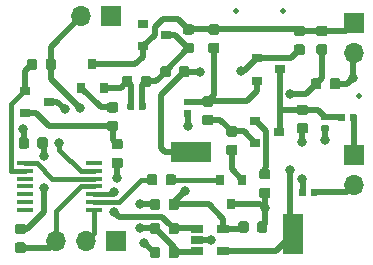
<source format=gbr>
G04 #@! TF.GenerationSoftware,KiCad,Pcbnew,5.1.2-f72e74a~84~ubuntu18.04.1*
G04 #@! TF.CreationDate,2019-12-19T12:51:00+00:00*
G04 #@! TF.ProjectId,mbus_guru,6d627573-5f67-4757-9275-2e6b69636164,rev?*
G04 #@! TF.SameCoordinates,Original*
G04 #@! TF.FileFunction,Copper,L1,Top*
G04 #@! TF.FilePolarity,Positive*
%FSLAX46Y46*%
G04 Gerber Fmt 4.6, Leading zero omitted, Abs format (unit mm)*
G04 Created by KiCad (PCBNEW 5.1.2-f72e74a~84~ubuntu18.04.1) date 2019-12-19 12:51:00*
%MOMM*%
%LPD*%
G04 APERTURE LIST*
%ADD10C,0.500000*%
%ADD11C,0.100000*%
%ADD12C,0.875000*%
%ADD13R,1.800000X3.400000*%
%ADD14R,1.060000X0.650000*%
%ADD15O,1.700000X1.700000*%
%ADD16R,1.700000X1.700000*%
%ADD17R,3.400000X1.800000*%
%ADD18R,1.450000X0.450000*%
%ADD19R,0.900000X0.800000*%
%ADD20R,0.800000X0.900000*%
%ADD21C,0.590000*%
%ADD22C,0.800000*%
%ADD23C,0.500000*%
%ADD24C,0.400000*%
G04 APERTURE END LIST*
D10*
X142430500Y-80835500D03*
X152844500Y-88074500D03*
X146367500Y-80835500D03*
D11*
G36*
X142327191Y-92172053D02*
G01*
X142348426Y-92175203D01*
X142369250Y-92180419D01*
X142389462Y-92187651D01*
X142408868Y-92196830D01*
X142427281Y-92207866D01*
X142444524Y-92220654D01*
X142460430Y-92235070D01*
X142474846Y-92250976D01*
X142487634Y-92268219D01*
X142498670Y-92286632D01*
X142507849Y-92306038D01*
X142515081Y-92326250D01*
X142520297Y-92347074D01*
X142523447Y-92368309D01*
X142524500Y-92389750D01*
X142524500Y-92827250D01*
X142523447Y-92848691D01*
X142520297Y-92869926D01*
X142515081Y-92890750D01*
X142507849Y-92910962D01*
X142498670Y-92930368D01*
X142487634Y-92948781D01*
X142474846Y-92966024D01*
X142460430Y-92981930D01*
X142444524Y-92996346D01*
X142427281Y-93009134D01*
X142408868Y-93020170D01*
X142389462Y-93029349D01*
X142369250Y-93036581D01*
X142348426Y-93041797D01*
X142327191Y-93044947D01*
X142305750Y-93046000D01*
X141793250Y-93046000D01*
X141771809Y-93044947D01*
X141750574Y-93041797D01*
X141729750Y-93036581D01*
X141709538Y-93029349D01*
X141690132Y-93020170D01*
X141671719Y-93009134D01*
X141654476Y-92996346D01*
X141638570Y-92981930D01*
X141624154Y-92966024D01*
X141611366Y-92948781D01*
X141600330Y-92930368D01*
X141591151Y-92910962D01*
X141583919Y-92890750D01*
X141578703Y-92869926D01*
X141575553Y-92848691D01*
X141574500Y-92827250D01*
X141574500Y-92389750D01*
X141575553Y-92368309D01*
X141578703Y-92347074D01*
X141583919Y-92326250D01*
X141591151Y-92306038D01*
X141600330Y-92286632D01*
X141611366Y-92268219D01*
X141624154Y-92250976D01*
X141638570Y-92235070D01*
X141654476Y-92220654D01*
X141671719Y-92207866D01*
X141690132Y-92196830D01*
X141709538Y-92187651D01*
X141729750Y-92180419D01*
X141750574Y-92175203D01*
X141771809Y-92172053D01*
X141793250Y-92171000D01*
X142305750Y-92171000D01*
X142327191Y-92172053D01*
X142327191Y-92172053D01*
G37*
D12*
X142049500Y-92608500D03*
D11*
G36*
X142327191Y-90597053D02*
G01*
X142348426Y-90600203D01*
X142369250Y-90605419D01*
X142389462Y-90612651D01*
X142408868Y-90621830D01*
X142427281Y-90632866D01*
X142444524Y-90645654D01*
X142460430Y-90660070D01*
X142474846Y-90675976D01*
X142487634Y-90693219D01*
X142498670Y-90711632D01*
X142507849Y-90731038D01*
X142515081Y-90751250D01*
X142520297Y-90772074D01*
X142523447Y-90793309D01*
X142524500Y-90814750D01*
X142524500Y-91252250D01*
X142523447Y-91273691D01*
X142520297Y-91294926D01*
X142515081Y-91315750D01*
X142507849Y-91335962D01*
X142498670Y-91355368D01*
X142487634Y-91373781D01*
X142474846Y-91391024D01*
X142460430Y-91406930D01*
X142444524Y-91421346D01*
X142427281Y-91434134D01*
X142408868Y-91445170D01*
X142389462Y-91454349D01*
X142369250Y-91461581D01*
X142348426Y-91466797D01*
X142327191Y-91469947D01*
X142305750Y-91471000D01*
X141793250Y-91471000D01*
X141771809Y-91469947D01*
X141750574Y-91466797D01*
X141729750Y-91461581D01*
X141709538Y-91454349D01*
X141690132Y-91445170D01*
X141671719Y-91434134D01*
X141654476Y-91421346D01*
X141638570Y-91406930D01*
X141624154Y-91391024D01*
X141611366Y-91373781D01*
X141600330Y-91355368D01*
X141591151Y-91335962D01*
X141583919Y-91315750D01*
X141578703Y-91294926D01*
X141575553Y-91273691D01*
X141574500Y-91252250D01*
X141574500Y-90814750D01*
X141575553Y-90793309D01*
X141578703Y-90772074D01*
X141583919Y-90751250D01*
X141591151Y-90731038D01*
X141600330Y-90711632D01*
X141611366Y-90693219D01*
X141624154Y-90675976D01*
X141638570Y-90660070D01*
X141654476Y-90645654D01*
X141671719Y-90632866D01*
X141690132Y-90621830D01*
X141709538Y-90612651D01*
X141729750Y-90605419D01*
X141750574Y-90600203D01*
X141771809Y-90597053D01*
X141793250Y-90596000D01*
X142305750Y-90596000D01*
X142327191Y-90597053D01*
X142327191Y-90597053D01*
G37*
D12*
X142049500Y-91033500D03*
D11*
G36*
X132611691Y-93251553D02*
G01*
X132632926Y-93254703D01*
X132653750Y-93259919D01*
X132673962Y-93267151D01*
X132693368Y-93276330D01*
X132711781Y-93287366D01*
X132729024Y-93300154D01*
X132744930Y-93314570D01*
X132759346Y-93330476D01*
X132772134Y-93347719D01*
X132783170Y-93366132D01*
X132792349Y-93385538D01*
X132799581Y-93405750D01*
X132804797Y-93426574D01*
X132807947Y-93447809D01*
X132809000Y-93469250D01*
X132809000Y-93906750D01*
X132807947Y-93928191D01*
X132804797Y-93949426D01*
X132799581Y-93970250D01*
X132792349Y-93990462D01*
X132783170Y-94009868D01*
X132772134Y-94028281D01*
X132759346Y-94045524D01*
X132744930Y-94061430D01*
X132729024Y-94075846D01*
X132711781Y-94088634D01*
X132693368Y-94099670D01*
X132673962Y-94108849D01*
X132653750Y-94116081D01*
X132632926Y-94121297D01*
X132611691Y-94124447D01*
X132590250Y-94125500D01*
X132077750Y-94125500D01*
X132056309Y-94124447D01*
X132035074Y-94121297D01*
X132014250Y-94116081D01*
X131994038Y-94108849D01*
X131974632Y-94099670D01*
X131956219Y-94088634D01*
X131938976Y-94075846D01*
X131923070Y-94061430D01*
X131908654Y-94045524D01*
X131895866Y-94028281D01*
X131884830Y-94009868D01*
X131875651Y-93990462D01*
X131868419Y-93970250D01*
X131863203Y-93949426D01*
X131860053Y-93928191D01*
X131859000Y-93906750D01*
X131859000Y-93469250D01*
X131860053Y-93447809D01*
X131863203Y-93426574D01*
X131868419Y-93405750D01*
X131875651Y-93385538D01*
X131884830Y-93366132D01*
X131895866Y-93347719D01*
X131908654Y-93330476D01*
X131923070Y-93314570D01*
X131938976Y-93300154D01*
X131956219Y-93287366D01*
X131974632Y-93276330D01*
X131994038Y-93267151D01*
X132014250Y-93259919D01*
X132035074Y-93254703D01*
X132056309Y-93251553D01*
X132077750Y-93250500D01*
X132590250Y-93250500D01*
X132611691Y-93251553D01*
X132611691Y-93251553D01*
G37*
D12*
X132334000Y-93688000D03*
D11*
G36*
X132611691Y-91676553D02*
G01*
X132632926Y-91679703D01*
X132653750Y-91684919D01*
X132673962Y-91692151D01*
X132693368Y-91701330D01*
X132711781Y-91712366D01*
X132729024Y-91725154D01*
X132744930Y-91739570D01*
X132759346Y-91755476D01*
X132772134Y-91772719D01*
X132783170Y-91791132D01*
X132792349Y-91810538D01*
X132799581Y-91830750D01*
X132804797Y-91851574D01*
X132807947Y-91872809D01*
X132809000Y-91894250D01*
X132809000Y-92331750D01*
X132807947Y-92353191D01*
X132804797Y-92374426D01*
X132799581Y-92395250D01*
X132792349Y-92415462D01*
X132783170Y-92434868D01*
X132772134Y-92453281D01*
X132759346Y-92470524D01*
X132744930Y-92486430D01*
X132729024Y-92500846D01*
X132711781Y-92513634D01*
X132693368Y-92524670D01*
X132673962Y-92533849D01*
X132653750Y-92541081D01*
X132632926Y-92546297D01*
X132611691Y-92549447D01*
X132590250Y-92550500D01*
X132077750Y-92550500D01*
X132056309Y-92549447D01*
X132035074Y-92546297D01*
X132014250Y-92541081D01*
X131994038Y-92533849D01*
X131974632Y-92524670D01*
X131956219Y-92513634D01*
X131938976Y-92500846D01*
X131923070Y-92486430D01*
X131908654Y-92470524D01*
X131895866Y-92453281D01*
X131884830Y-92434868D01*
X131875651Y-92415462D01*
X131868419Y-92395250D01*
X131863203Y-92374426D01*
X131860053Y-92353191D01*
X131859000Y-92331750D01*
X131859000Y-91894250D01*
X131860053Y-91872809D01*
X131863203Y-91851574D01*
X131868419Y-91830750D01*
X131875651Y-91810538D01*
X131884830Y-91791132D01*
X131895866Y-91772719D01*
X131908654Y-91755476D01*
X131923070Y-91739570D01*
X131938976Y-91725154D01*
X131956219Y-91712366D01*
X131974632Y-91701330D01*
X131994038Y-91692151D01*
X132014250Y-91684919D01*
X132035074Y-91679703D01*
X132056309Y-91676553D01*
X132077750Y-91675500D01*
X132590250Y-91675500D01*
X132611691Y-91676553D01*
X132611691Y-91676553D01*
G37*
D12*
X132334000Y-92113000D03*
D11*
G36*
X144855191Y-98649553D02*
G01*
X144876426Y-98652703D01*
X144897250Y-98657919D01*
X144917462Y-98665151D01*
X144936868Y-98674330D01*
X144955281Y-98685366D01*
X144972524Y-98698154D01*
X144988430Y-98712570D01*
X145002846Y-98728476D01*
X145015634Y-98745719D01*
X145026670Y-98764132D01*
X145035849Y-98783538D01*
X145043081Y-98803750D01*
X145048297Y-98824574D01*
X145051447Y-98845809D01*
X145052500Y-98867250D01*
X145052500Y-99379750D01*
X145051447Y-99401191D01*
X145048297Y-99422426D01*
X145043081Y-99443250D01*
X145035849Y-99463462D01*
X145026670Y-99482868D01*
X145015634Y-99501281D01*
X145002846Y-99518524D01*
X144988430Y-99534430D01*
X144972524Y-99548846D01*
X144955281Y-99561634D01*
X144936868Y-99572670D01*
X144917462Y-99581849D01*
X144897250Y-99589081D01*
X144876426Y-99594297D01*
X144855191Y-99597447D01*
X144833750Y-99598500D01*
X144396250Y-99598500D01*
X144374809Y-99597447D01*
X144353574Y-99594297D01*
X144332750Y-99589081D01*
X144312538Y-99581849D01*
X144293132Y-99572670D01*
X144274719Y-99561634D01*
X144257476Y-99548846D01*
X144241570Y-99534430D01*
X144227154Y-99518524D01*
X144214366Y-99501281D01*
X144203330Y-99482868D01*
X144194151Y-99463462D01*
X144186919Y-99443250D01*
X144181703Y-99422426D01*
X144178553Y-99401191D01*
X144177500Y-99379750D01*
X144177500Y-98867250D01*
X144178553Y-98845809D01*
X144181703Y-98824574D01*
X144186919Y-98803750D01*
X144194151Y-98783538D01*
X144203330Y-98764132D01*
X144214366Y-98745719D01*
X144227154Y-98728476D01*
X144241570Y-98712570D01*
X144257476Y-98698154D01*
X144274719Y-98685366D01*
X144293132Y-98674330D01*
X144312538Y-98665151D01*
X144332750Y-98657919D01*
X144353574Y-98652703D01*
X144374809Y-98649553D01*
X144396250Y-98648500D01*
X144833750Y-98648500D01*
X144855191Y-98649553D01*
X144855191Y-98649553D01*
G37*
D12*
X144615000Y-99123500D03*
D11*
G36*
X143280191Y-98649553D02*
G01*
X143301426Y-98652703D01*
X143322250Y-98657919D01*
X143342462Y-98665151D01*
X143361868Y-98674330D01*
X143380281Y-98685366D01*
X143397524Y-98698154D01*
X143413430Y-98712570D01*
X143427846Y-98728476D01*
X143440634Y-98745719D01*
X143451670Y-98764132D01*
X143460849Y-98783538D01*
X143468081Y-98803750D01*
X143473297Y-98824574D01*
X143476447Y-98845809D01*
X143477500Y-98867250D01*
X143477500Y-99379750D01*
X143476447Y-99401191D01*
X143473297Y-99422426D01*
X143468081Y-99443250D01*
X143460849Y-99463462D01*
X143451670Y-99482868D01*
X143440634Y-99501281D01*
X143427846Y-99518524D01*
X143413430Y-99534430D01*
X143397524Y-99548846D01*
X143380281Y-99561634D01*
X143361868Y-99572670D01*
X143342462Y-99581849D01*
X143322250Y-99589081D01*
X143301426Y-99594297D01*
X143280191Y-99597447D01*
X143258750Y-99598500D01*
X142821250Y-99598500D01*
X142799809Y-99597447D01*
X142778574Y-99594297D01*
X142757750Y-99589081D01*
X142737538Y-99581849D01*
X142718132Y-99572670D01*
X142699719Y-99561634D01*
X142682476Y-99548846D01*
X142666570Y-99534430D01*
X142652154Y-99518524D01*
X142639366Y-99501281D01*
X142628330Y-99482868D01*
X142619151Y-99463462D01*
X142611919Y-99443250D01*
X142606703Y-99422426D01*
X142603553Y-99401191D01*
X142602500Y-99379750D01*
X142602500Y-98867250D01*
X142603553Y-98845809D01*
X142606703Y-98824574D01*
X142611919Y-98803750D01*
X142619151Y-98783538D01*
X142628330Y-98764132D01*
X142639366Y-98745719D01*
X142652154Y-98728476D01*
X142666570Y-98712570D01*
X142682476Y-98698154D01*
X142699719Y-98685366D01*
X142718132Y-98674330D01*
X142737538Y-98665151D01*
X142757750Y-98657919D01*
X142778574Y-98652703D01*
X142799809Y-98649553D01*
X142821250Y-98648500D01*
X143258750Y-98648500D01*
X143280191Y-98649553D01*
X143280191Y-98649553D01*
G37*
D12*
X143040000Y-99123500D03*
D11*
G36*
X136676191Y-85505053D02*
G01*
X136697426Y-85508203D01*
X136718250Y-85513419D01*
X136738462Y-85520651D01*
X136757868Y-85529830D01*
X136776281Y-85540866D01*
X136793524Y-85553654D01*
X136809430Y-85568070D01*
X136823846Y-85583976D01*
X136836634Y-85601219D01*
X136847670Y-85619632D01*
X136856849Y-85639038D01*
X136864081Y-85659250D01*
X136869297Y-85680074D01*
X136872447Y-85701309D01*
X136873500Y-85722750D01*
X136873500Y-86235250D01*
X136872447Y-86256691D01*
X136869297Y-86277926D01*
X136864081Y-86298750D01*
X136856849Y-86318962D01*
X136847670Y-86338368D01*
X136836634Y-86356781D01*
X136823846Y-86374024D01*
X136809430Y-86389930D01*
X136793524Y-86404346D01*
X136776281Y-86417134D01*
X136757868Y-86428170D01*
X136738462Y-86437349D01*
X136718250Y-86444581D01*
X136697426Y-86449797D01*
X136676191Y-86452947D01*
X136654750Y-86454000D01*
X136217250Y-86454000D01*
X136195809Y-86452947D01*
X136174574Y-86449797D01*
X136153750Y-86444581D01*
X136133538Y-86437349D01*
X136114132Y-86428170D01*
X136095719Y-86417134D01*
X136078476Y-86404346D01*
X136062570Y-86389930D01*
X136048154Y-86374024D01*
X136035366Y-86356781D01*
X136024330Y-86338368D01*
X136015151Y-86318962D01*
X136007919Y-86298750D01*
X136002703Y-86277926D01*
X135999553Y-86256691D01*
X135998500Y-86235250D01*
X135998500Y-85722750D01*
X135999553Y-85701309D01*
X136002703Y-85680074D01*
X136007919Y-85659250D01*
X136015151Y-85639038D01*
X136024330Y-85619632D01*
X136035366Y-85601219D01*
X136048154Y-85583976D01*
X136062570Y-85568070D01*
X136078476Y-85553654D01*
X136095719Y-85540866D01*
X136114132Y-85529830D01*
X136133538Y-85520651D01*
X136153750Y-85513419D01*
X136174574Y-85508203D01*
X136195809Y-85505053D01*
X136217250Y-85504000D01*
X136654750Y-85504000D01*
X136676191Y-85505053D01*
X136676191Y-85505053D01*
G37*
D12*
X136436000Y-85979000D03*
D11*
G36*
X138251191Y-85505053D02*
G01*
X138272426Y-85508203D01*
X138293250Y-85513419D01*
X138313462Y-85520651D01*
X138332868Y-85529830D01*
X138351281Y-85540866D01*
X138368524Y-85553654D01*
X138384430Y-85568070D01*
X138398846Y-85583976D01*
X138411634Y-85601219D01*
X138422670Y-85619632D01*
X138431849Y-85639038D01*
X138439081Y-85659250D01*
X138444297Y-85680074D01*
X138447447Y-85701309D01*
X138448500Y-85722750D01*
X138448500Y-86235250D01*
X138447447Y-86256691D01*
X138444297Y-86277926D01*
X138439081Y-86298750D01*
X138431849Y-86318962D01*
X138422670Y-86338368D01*
X138411634Y-86356781D01*
X138398846Y-86374024D01*
X138384430Y-86389930D01*
X138368524Y-86404346D01*
X138351281Y-86417134D01*
X138332868Y-86428170D01*
X138313462Y-86437349D01*
X138293250Y-86444581D01*
X138272426Y-86449797D01*
X138251191Y-86452947D01*
X138229750Y-86454000D01*
X137792250Y-86454000D01*
X137770809Y-86452947D01*
X137749574Y-86449797D01*
X137728750Y-86444581D01*
X137708538Y-86437349D01*
X137689132Y-86428170D01*
X137670719Y-86417134D01*
X137653476Y-86404346D01*
X137637570Y-86389930D01*
X137623154Y-86374024D01*
X137610366Y-86356781D01*
X137599330Y-86338368D01*
X137590151Y-86318962D01*
X137582919Y-86298750D01*
X137577703Y-86277926D01*
X137574553Y-86256691D01*
X137573500Y-86235250D01*
X137573500Y-85722750D01*
X137574553Y-85701309D01*
X137577703Y-85680074D01*
X137582919Y-85659250D01*
X137590151Y-85639038D01*
X137599330Y-85619632D01*
X137610366Y-85601219D01*
X137623154Y-85583976D01*
X137637570Y-85568070D01*
X137653476Y-85553654D01*
X137670719Y-85540866D01*
X137689132Y-85529830D01*
X137708538Y-85520651D01*
X137728750Y-85513419D01*
X137749574Y-85508203D01*
X137770809Y-85505053D01*
X137792250Y-85504000D01*
X138229750Y-85504000D01*
X138251191Y-85505053D01*
X138251191Y-85505053D01*
G37*
D12*
X138011000Y-85979000D03*
D11*
G36*
X124420191Y-98852053D02*
G01*
X124441426Y-98855203D01*
X124462250Y-98860419D01*
X124482462Y-98867651D01*
X124501868Y-98876830D01*
X124520281Y-98887866D01*
X124537524Y-98900654D01*
X124553430Y-98915070D01*
X124567846Y-98930976D01*
X124580634Y-98948219D01*
X124591670Y-98966632D01*
X124600849Y-98986038D01*
X124608081Y-99006250D01*
X124613297Y-99027074D01*
X124616447Y-99048309D01*
X124617500Y-99069750D01*
X124617500Y-99507250D01*
X124616447Y-99528691D01*
X124613297Y-99549926D01*
X124608081Y-99570750D01*
X124600849Y-99590962D01*
X124591670Y-99610368D01*
X124580634Y-99628781D01*
X124567846Y-99646024D01*
X124553430Y-99661930D01*
X124537524Y-99676346D01*
X124520281Y-99689134D01*
X124501868Y-99700170D01*
X124482462Y-99709349D01*
X124462250Y-99716581D01*
X124441426Y-99721797D01*
X124420191Y-99724947D01*
X124398750Y-99726000D01*
X123886250Y-99726000D01*
X123864809Y-99724947D01*
X123843574Y-99721797D01*
X123822750Y-99716581D01*
X123802538Y-99709349D01*
X123783132Y-99700170D01*
X123764719Y-99689134D01*
X123747476Y-99676346D01*
X123731570Y-99661930D01*
X123717154Y-99646024D01*
X123704366Y-99628781D01*
X123693330Y-99610368D01*
X123684151Y-99590962D01*
X123676919Y-99570750D01*
X123671703Y-99549926D01*
X123668553Y-99528691D01*
X123667500Y-99507250D01*
X123667500Y-99069750D01*
X123668553Y-99048309D01*
X123671703Y-99027074D01*
X123676919Y-99006250D01*
X123684151Y-98986038D01*
X123693330Y-98966632D01*
X123704366Y-98948219D01*
X123717154Y-98930976D01*
X123731570Y-98915070D01*
X123747476Y-98900654D01*
X123764719Y-98887866D01*
X123783132Y-98876830D01*
X123802538Y-98867651D01*
X123822750Y-98860419D01*
X123843574Y-98855203D01*
X123864809Y-98852053D01*
X123886250Y-98851000D01*
X124398750Y-98851000D01*
X124420191Y-98852053D01*
X124420191Y-98852053D01*
G37*
D12*
X124142500Y-99288500D03*
D11*
G36*
X124420191Y-100427053D02*
G01*
X124441426Y-100430203D01*
X124462250Y-100435419D01*
X124482462Y-100442651D01*
X124501868Y-100451830D01*
X124520281Y-100462866D01*
X124537524Y-100475654D01*
X124553430Y-100490070D01*
X124567846Y-100505976D01*
X124580634Y-100523219D01*
X124591670Y-100541632D01*
X124600849Y-100561038D01*
X124608081Y-100581250D01*
X124613297Y-100602074D01*
X124616447Y-100623309D01*
X124617500Y-100644750D01*
X124617500Y-101082250D01*
X124616447Y-101103691D01*
X124613297Y-101124926D01*
X124608081Y-101145750D01*
X124600849Y-101165962D01*
X124591670Y-101185368D01*
X124580634Y-101203781D01*
X124567846Y-101221024D01*
X124553430Y-101236930D01*
X124537524Y-101251346D01*
X124520281Y-101264134D01*
X124501868Y-101275170D01*
X124482462Y-101284349D01*
X124462250Y-101291581D01*
X124441426Y-101296797D01*
X124420191Y-101299947D01*
X124398750Y-101301000D01*
X123886250Y-101301000D01*
X123864809Y-101299947D01*
X123843574Y-101296797D01*
X123822750Y-101291581D01*
X123802538Y-101284349D01*
X123783132Y-101275170D01*
X123764719Y-101264134D01*
X123747476Y-101251346D01*
X123731570Y-101236930D01*
X123717154Y-101221024D01*
X123704366Y-101203781D01*
X123693330Y-101185368D01*
X123684151Y-101165962D01*
X123676919Y-101145750D01*
X123671703Y-101124926D01*
X123668553Y-101103691D01*
X123667500Y-101082250D01*
X123667500Y-100644750D01*
X123668553Y-100623309D01*
X123671703Y-100602074D01*
X123676919Y-100581250D01*
X123684151Y-100561038D01*
X123693330Y-100541632D01*
X123704366Y-100523219D01*
X123717154Y-100505976D01*
X123731570Y-100490070D01*
X123747476Y-100475654D01*
X123764719Y-100462866D01*
X123783132Y-100451830D01*
X123802538Y-100442651D01*
X123822750Y-100435419D01*
X123843574Y-100430203D01*
X123864809Y-100427053D01*
X123886250Y-100426000D01*
X124398750Y-100426000D01*
X124420191Y-100427053D01*
X124420191Y-100427053D01*
G37*
D12*
X124142500Y-100863500D03*
D11*
G36*
X126249691Y-91537553D02*
G01*
X126270926Y-91540703D01*
X126291750Y-91545919D01*
X126311962Y-91553151D01*
X126331368Y-91562330D01*
X126349781Y-91573366D01*
X126367024Y-91586154D01*
X126382930Y-91600570D01*
X126397346Y-91616476D01*
X126410134Y-91633719D01*
X126421170Y-91652132D01*
X126430349Y-91671538D01*
X126437581Y-91691750D01*
X126442797Y-91712574D01*
X126445947Y-91733809D01*
X126447000Y-91755250D01*
X126447000Y-92267750D01*
X126445947Y-92289191D01*
X126442797Y-92310426D01*
X126437581Y-92331250D01*
X126430349Y-92351462D01*
X126421170Y-92370868D01*
X126410134Y-92389281D01*
X126397346Y-92406524D01*
X126382930Y-92422430D01*
X126367024Y-92436846D01*
X126349781Y-92449634D01*
X126331368Y-92460670D01*
X126311962Y-92469849D01*
X126291750Y-92477081D01*
X126270926Y-92482297D01*
X126249691Y-92485447D01*
X126228250Y-92486500D01*
X125790750Y-92486500D01*
X125769309Y-92485447D01*
X125748074Y-92482297D01*
X125727250Y-92477081D01*
X125707038Y-92469849D01*
X125687632Y-92460670D01*
X125669219Y-92449634D01*
X125651976Y-92436846D01*
X125636070Y-92422430D01*
X125621654Y-92406524D01*
X125608866Y-92389281D01*
X125597830Y-92370868D01*
X125588651Y-92351462D01*
X125581419Y-92331250D01*
X125576203Y-92310426D01*
X125573053Y-92289191D01*
X125572000Y-92267750D01*
X125572000Y-91755250D01*
X125573053Y-91733809D01*
X125576203Y-91712574D01*
X125581419Y-91691750D01*
X125588651Y-91671538D01*
X125597830Y-91652132D01*
X125608866Y-91633719D01*
X125621654Y-91616476D01*
X125636070Y-91600570D01*
X125651976Y-91586154D01*
X125669219Y-91573366D01*
X125687632Y-91562330D01*
X125707038Y-91553151D01*
X125727250Y-91545919D01*
X125748074Y-91540703D01*
X125769309Y-91537553D01*
X125790750Y-91536500D01*
X126228250Y-91536500D01*
X126249691Y-91537553D01*
X126249691Y-91537553D01*
G37*
D12*
X126009500Y-92011500D03*
D11*
G36*
X124674691Y-91537553D02*
G01*
X124695926Y-91540703D01*
X124716750Y-91545919D01*
X124736962Y-91553151D01*
X124756368Y-91562330D01*
X124774781Y-91573366D01*
X124792024Y-91586154D01*
X124807930Y-91600570D01*
X124822346Y-91616476D01*
X124835134Y-91633719D01*
X124846170Y-91652132D01*
X124855349Y-91671538D01*
X124862581Y-91691750D01*
X124867797Y-91712574D01*
X124870947Y-91733809D01*
X124872000Y-91755250D01*
X124872000Y-92267750D01*
X124870947Y-92289191D01*
X124867797Y-92310426D01*
X124862581Y-92331250D01*
X124855349Y-92351462D01*
X124846170Y-92370868D01*
X124835134Y-92389281D01*
X124822346Y-92406524D01*
X124807930Y-92422430D01*
X124792024Y-92436846D01*
X124774781Y-92449634D01*
X124756368Y-92460670D01*
X124736962Y-92469849D01*
X124716750Y-92477081D01*
X124695926Y-92482297D01*
X124674691Y-92485447D01*
X124653250Y-92486500D01*
X124215750Y-92486500D01*
X124194309Y-92485447D01*
X124173074Y-92482297D01*
X124152250Y-92477081D01*
X124132038Y-92469849D01*
X124112632Y-92460670D01*
X124094219Y-92449634D01*
X124076976Y-92436846D01*
X124061070Y-92422430D01*
X124046654Y-92406524D01*
X124033866Y-92389281D01*
X124022830Y-92370868D01*
X124013651Y-92351462D01*
X124006419Y-92331250D01*
X124001203Y-92310426D01*
X123998053Y-92289191D01*
X123997000Y-92267750D01*
X123997000Y-91755250D01*
X123998053Y-91733809D01*
X124001203Y-91712574D01*
X124006419Y-91691750D01*
X124013651Y-91671538D01*
X124022830Y-91652132D01*
X124033866Y-91633719D01*
X124046654Y-91616476D01*
X124061070Y-91600570D01*
X124076976Y-91586154D01*
X124094219Y-91573366D01*
X124112632Y-91562330D01*
X124132038Y-91553151D01*
X124152250Y-91545919D01*
X124173074Y-91540703D01*
X124194309Y-91537553D01*
X124215750Y-91536500D01*
X124653250Y-91536500D01*
X124674691Y-91537553D01*
X124674691Y-91537553D01*
G37*
D12*
X124434500Y-92011500D03*
D13*
X147193000Y-99758500D03*
D14*
X141308000Y-99253000D03*
X141308000Y-101153000D03*
X139108000Y-101153000D03*
X139108000Y-100203000D03*
X139108000Y-99253000D03*
D11*
G36*
X151014691Y-86521053D02*
G01*
X151035926Y-86524203D01*
X151056750Y-86529419D01*
X151076962Y-86536651D01*
X151096368Y-86545830D01*
X151114781Y-86556866D01*
X151132024Y-86569654D01*
X151147930Y-86584070D01*
X151162346Y-86599976D01*
X151175134Y-86617219D01*
X151186170Y-86635632D01*
X151195349Y-86655038D01*
X151202581Y-86675250D01*
X151207797Y-86696074D01*
X151210947Y-86717309D01*
X151212000Y-86738750D01*
X151212000Y-87251250D01*
X151210947Y-87272691D01*
X151207797Y-87293926D01*
X151202581Y-87314750D01*
X151195349Y-87334962D01*
X151186170Y-87354368D01*
X151175134Y-87372781D01*
X151162346Y-87390024D01*
X151147930Y-87405930D01*
X151132024Y-87420346D01*
X151114781Y-87433134D01*
X151096368Y-87444170D01*
X151076962Y-87453349D01*
X151056750Y-87460581D01*
X151035926Y-87465797D01*
X151014691Y-87468947D01*
X150993250Y-87470000D01*
X150555750Y-87470000D01*
X150534309Y-87468947D01*
X150513074Y-87465797D01*
X150492250Y-87460581D01*
X150472038Y-87453349D01*
X150452632Y-87444170D01*
X150434219Y-87433134D01*
X150416976Y-87420346D01*
X150401070Y-87405930D01*
X150386654Y-87390024D01*
X150373866Y-87372781D01*
X150362830Y-87354368D01*
X150353651Y-87334962D01*
X150346419Y-87314750D01*
X150341203Y-87293926D01*
X150338053Y-87272691D01*
X150337000Y-87251250D01*
X150337000Y-86738750D01*
X150338053Y-86717309D01*
X150341203Y-86696074D01*
X150346419Y-86675250D01*
X150353651Y-86655038D01*
X150362830Y-86635632D01*
X150373866Y-86617219D01*
X150386654Y-86599976D01*
X150401070Y-86584070D01*
X150416976Y-86569654D01*
X150434219Y-86556866D01*
X150452632Y-86545830D01*
X150472038Y-86536651D01*
X150492250Y-86529419D01*
X150513074Y-86524203D01*
X150534309Y-86521053D01*
X150555750Y-86520000D01*
X150993250Y-86520000D01*
X151014691Y-86521053D01*
X151014691Y-86521053D01*
G37*
D12*
X150774500Y-86995000D03*
D11*
G36*
X149439691Y-86521053D02*
G01*
X149460926Y-86524203D01*
X149481750Y-86529419D01*
X149501962Y-86536651D01*
X149521368Y-86545830D01*
X149539781Y-86556866D01*
X149557024Y-86569654D01*
X149572930Y-86584070D01*
X149587346Y-86599976D01*
X149600134Y-86617219D01*
X149611170Y-86635632D01*
X149620349Y-86655038D01*
X149627581Y-86675250D01*
X149632797Y-86696074D01*
X149635947Y-86717309D01*
X149637000Y-86738750D01*
X149637000Y-87251250D01*
X149635947Y-87272691D01*
X149632797Y-87293926D01*
X149627581Y-87314750D01*
X149620349Y-87334962D01*
X149611170Y-87354368D01*
X149600134Y-87372781D01*
X149587346Y-87390024D01*
X149572930Y-87405930D01*
X149557024Y-87420346D01*
X149539781Y-87433134D01*
X149521368Y-87444170D01*
X149501962Y-87453349D01*
X149481750Y-87460581D01*
X149460926Y-87465797D01*
X149439691Y-87468947D01*
X149418250Y-87470000D01*
X148980750Y-87470000D01*
X148959309Y-87468947D01*
X148938074Y-87465797D01*
X148917250Y-87460581D01*
X148897038Y-87453349D01*
X148877632Y-87444170D01*
X148859219Y-87433134D01*
X148841976Y-87420346D01*
X148826070Y-87405930D01*
X148811654Y-87390024D01*
X148798866Y-87372781D01*
X148787830Y-87354368D01*
X148778651Y-87334962D01*
X148771419Y-87314750D01*
X148766203Y-87293926D01*
X148763053Y-87272691D01*
X148762000Y-87251250D01*
X148762000Y-86738750D01*
X148763053Y-86717309D01*
X148766203Y-86696074D01*
X148771419Y-86675250D01*
X148778651Y-86655038D01*
X148787830Y-86635632D01*
X148798866Y-86617219D01*
X148811654Y-86599976D01*
X148826070Y-86584070D01*
X148841976Y-86569654D01*
X148859219Y-86556866D01*
X148877632Y-86545830D01*
X148897038Y-86536651D01*
X148917250Y-86529419D01*
X148938074Y-86524203D01*
X148959309Y-86521053D01*
X148980750Y-86520000D01*
X149418250Y-86520000D01*
X149439691Y-86521053D01*
X149439691Y-86521053D01*
G37*
D12*
X149199500Y-86995000D03*
D11*
G36*
X149947191Y-83663053D02*
G01*
X149968426Y-83666203D01*
X149989250Y-83671419D01*
X150009462Y-83678651D01*
X150028868Y-83687830D01*
X150047281Y-83698866D01*
X150064524Y-83711654D01*
X150080430Y-83726070D01*
X150094846Y-83741976D01*
X150107634Y-83759219D01*
X150118670Y-83777632D01*
X150127849Y-83797038D01*
X150135081Y-83817250D01*
X150140297Y-83838074D01*
X150143447Y-83859309D01*
X150144500Y-83880750D01*
X150144500Y-84318250D01*
X150143447Y-84339691D01*
X150140297Y-84360926D01*
X150135081Y-84381750D01*
X150127849Y-84401962D01*
X150118670Y-84421368D01*
X150107634Y-84439781D01*
X150094846Y-84457024D01*
X150080430Y-84472930D01*
X150064524Y-84487346D01*
X150047281Y-84500134D01*
X150028868Y-84511170D01*
X150009462Y-84520349D01*
X149989250Y-84527581D01*
X149968426Y-84532797D01*
X149947191Y-84535947D01*
X149925750Y-84537000D01*
X149413250Y-84537000D01*
X149391809Y-84535947D01*
X149370574Y-84532797D01*
X149349750Y-84527581D01*
X149329538Y-84520349D01*
X149310132Y-84511170D01*
X149291719Y-84500134D01*
X149274476Y-84487346D01*
X149258570Y-84472930D01*
X149244154Y-84457024D01*
X149231366Y-84439781D01*
X149220330Y-84421368D01*
X149211151Y-84401962D01*
X149203919Y-84381750D01*
X149198703Y-84360926D01*
X149195553Y-84339691D01*
X149194500Y-84318250D01*
X149194500Y-83880750D01*
X149195553Y-83859309D01*
X149198703Y-83838074D01*
X149203919Y-83817250D01*
X149211151Y-83797038D01*
X149220330Y-83777632D01*
X149231366Y-83759219D01*
X149244154Y-83741976D01*
X149258570Y-83726070D01*
X149274476Y-83711654D01*
X149291719Y-83698866D01*
X149310132Y-83687830D01*
X149329538Y-83678651D01*
X149349750Y-83671419D01*
X149370574Y-83666203D01*
X149391809Y-83663053D01*
X149413250Y-83662000D01*
X149925750Y-83662000D01*
X149947191Y-83663053D01*
X149947191Y-83663053D01*
G37*
D12*
X149669500Y-84099500D03*
D11*
G36*
X149947191Y-82088053D02*
G01*
X149968426Y-82091203D01*
X149989250Y-82096419D01*
X150009462Y-82103651D01*
X150028868Y-82112830D01*
X150047281Y-82123866D01*
X150064524Y-82136654D01*
X150080430Y-82151070D01*
X150094846Y-82166976D01*
X150107634Y-82184219D01*
X150118670Y-82202632D01*
X150127849Y-82222038D01*
X150135081Y-82242250D01*
X150140297Y-82263074D01*
X150143447Y-82284309D01*
X150144500Y-82305750D01*
X150144500Y-82743250D01*
X150143447Y-82764691D01*
X150140297Y-82785926D01*
X150135081Y-82806750D01*
X150127849Y-82826962D01*
X150118670Y-82846368D01*
X150107634Y-82864781D01*
X150094846Y-82882024D01*
X150080430Y-82897930D01*
X150064524Y-82912346D01*
X150047281Y-82925134D01*
X150028868Y-82936170D01*
X150009462Y-82945349D01*
X149989250Y-82952581D01*
X149968426Y-82957797D01*
X149947191Y-82960947D01*
X149925750Y-82962000D01*
X149413250Y-82962000D01*
X149391809Y-82960947D01*
X149370574Y-82957797D01*
X149349750Y-82952581D01*
X149329538Y-82945349D01*
X149310132Y-82936170D01*
X149291719Y-82925134D01*
X149274476Y-82912346D01*
X149258570Y-82897930D01*
X149244154Y-82882024D01*
X149231366Y-82864781D01*
X149220330Y-82846368D01*
X149211151Y-82826962D01*
X149203919Y-82806750D01*
X149198703Y-82785926D01*
X149195553Y-82764691D01*
X149194500Y-82743250D01*
X149194500Y-82305750D01*
X149195553Y-82284309D01*
X149198703Y-82263074D01*
X149203919Y-82242250D01*
X149211151Y-82222038D01*
X149220330Y-82202632D01*
X149231366Y-82184219D01*
X149244154Y-82166976D01*
X149258570Y-82151070D01*
X149274476Y-82136654D01*
X149291719Y-82123866D01*
X149310132Y-82112830D01*
X149329538Y-82103651D01*
X149349750Y-82096419D01*
X149370574Y-82091203D01*
X149391809Y-82088053D01*
X149413250Y-82087000D01*
X149925750Y-82087000D01*
X149947191Y-82088053D01*
X149947191Y-82088053D01*
G37*
D12*
X149669500Y-82524500D03*
D11*
G36*
X137362191Y-98776553D02*
G01*
X137383426Y-98779703D01*
X137404250Y-98784919D01*
X137424462Y-98792151D01*
X137443868Y-98801330D01*
X137462281Y-98812366D01*
X137479524Y-98825154D01*
X137495430Y-98839570D01*
X137509846Y-98855476D01*
X137522634Y-98872719D01*
X137533670Y-98891132D01*
X137542849Y-98910538D01*
X137550081Y-98930750D01*
X137555297Y-98951574D01*
X137558447Y-98972809D01*
X137559500Y-98994250D01*
X137559500Y-99506750D01*
X137558447Y-99528191D01*
X137555297Y-99549426D01*
X137550081Y-99570250D01*
X137542849Y-99590462D01*
X137533670Y-99609868D01*
X137522634Y-99628281D01*
X137509846Y-99645524D01*
X137495430Y-99661430D01*
X137479524Y-99675846D01*
X137462281Y-99688634D01*
X137443868Y-99699670D01*
X137424462Y-99708849D01*
X137404250Y-99716081D01*
X137383426Y-99721297D01*
X137362191Y-99724447D01*
X137340750Y-99725500D01*
X136903250Y-99725500D01*
X136881809Y-99724447D01*
X136860574Y-99721297D01*
X136839750Y-99716081D01*
X136819538Y-99708849D01*
X136800132Y-99699670D01*
X136781719Y-99688634D01*
X136764476Y-99675846D01*
X136748570Y-99661430D01*
X136734154Y-99645524D01*
X136721366Y-99628281D01*
X136710330Y-99609868D01*
X136701151Y-99590462D01*
X136693919Y-99570250D01*
X136688703Y-99549426D01*
X136685553Y-99528191D01*
X136684500Y-99506750D01*
X136684500Y-98994250D01*
X136685553Y-98972809D01*
X136688703Y-98951574D01*
X136693919Y-98930750D01*
X136701151Y-98910538D01*
X136710330Y-98891132D01*
X136721366Y-98872719D01*
X136734154Y-98855476D01*
X136748570Y-98839570D01*
X136764476Y-98825154D01*
X136781719Y-98812366D01*
X136800132Y-98801330D01*
X136819538Y-98792151D01*
X136839750Y-98784919D01*
X136860574Y-98779703D01*
X136881809Y-98776553D01*
X136903250Y-98775500D01*
X137340750Y-98775500D01*
X137362191Y-98776553D01*
X137362191Y-98776553D01*
G37*
D12*
X137122000Y-99250500D03*
D11*
G36*
X135787191Y-98776553D02*
G01*
X135808426Y-98779703D01*
X135829250Y-98784919D01*
X135849462Y-98792151D01*
X135868868Y-98801330D01*
X135887281Y-98812366D01*
X135904524Y-98825154D01*
X135920430Y-98839570D01*
X135934846Y-98855476D01*
X135947634Y-98872719D01*
X135958670Y-98891132D01*
X135967849Y-98910538D01*
X135975081Y-98930750D01*
X135980297Y-98951574D01*
X135983447Y-98972809D01*
X135984500Y-98994250D01*
X135984500Y-99506750D01*
X135983447Y-99528191D01*
X135980297Y-99549426D01*
X135975081Y-99570250D01*
X135967849Y-99590462D01*
X135958670Y-99609868D01*
X135947634Y-99628281D01*
X135934846Y-99645524D01*
X135920430Y-99661430D01*
X135904524Y-99675846D01*
X135887281Y-99688634D01*
X135868868Y-99699670D01*
X135849462Y-99708849D01*
X135829250Y-99716081D01*
X135808426Y-99721297D01*
X135787191Y-99724447D01*
X135765750Y-99725500D01*
X135328250Y-99725500D01*
X135306809Y-99724447D01*
X135285574Y-99721297D01*
X135264750Y-99716081D01*
X135244538Y-99708849D01*
X135225132Y-99699670D01*
X135206719Y-99688634D01*
X135189476Y-99675846D01*
X135173570Y-99661430D01*
X135159154Y-99645524D01*
X135146366Y-99628281D01*
X135135330Y-99609868D01*
X135126151Y-99590462D01*
X135118919Y-99570250D01*
X135113703Y-99549426D01*
X135110553Y-99528191D01*
X135109500Y-99506750D01*
X135109500Y-98994250D01*
X135110553Y-98972809D01*
X135113703Y-98951574D01*
X135118919Y-98930750D01*
X135126151Y-98910538D01*
X135135330Y-98891132D01*
X135146366Y-98872719D01*
X135159154Y-98855476D01*
X135173570Y-98839570D01*
X135189476Y-98825154D01*
X135206719Y-98812366D01*
X135225132Y-98801330D01*
X135244538Y-98792151D01*
X135264750Y-98784919D01*
X135285574Y-98779703D01*
X135306809Y-98776553D01*
X135328250Y-98775500D01*
X135765750Y-98775500D01*
X135787191Y-98776553D01*
X135787191Y-98776553D01*
G37*
D12*
X135547000Y-99250500D03*
D11*
G36*
X137362191Y-100808553D02*
G01*
X137383426Y-100811703D01*
X137404250Y-100816919D01*
X137424462Y-100824151D01*
X137443868Y-100833330D01*
X137462281Y-100844366D01*
X137479524Y-100857154D01*
X137495430Y-100871570D01*
X137509846Y-100887476D01*
X137522634Y-100904719D01*
X137533670Y-100923132D01*
X137542849Y-100942538D01*
X137550081Y-100962750D01*
X137555297Y-100983574D01*
X137558447Y-101004809D01*
X137559500Y-101026250D01*
X137559500Y-101538750D01*
X137558447Y-101560191D01*
X137555297Y-101581426D01*
X137550081Y-101602250D01*
X137542849Y-101622462D01*
X137533670Y-101641868D01*
X137522634Y-101660281D01*
X137509846Y-101677524D01*
X137495430Y-101693430D01*
X137479524Y-101707846D01*
X137462281Y-101720634D01*
X137443868Y-101731670D01*
X137424462Y-101740849D01*
X137404250Y-101748081D01*
X137383426Y-101753297D01*
X137362191Y-101756447D01*
X137340750Y-101757500D01*
X136903250Y-101757500D01*
X136881809Y-101756447D01*
X136860574Y-101753297D01*
X136839750Y-101748081D01*
X136819538Y-101740849D01*
X136800132Y-101731670D01*
X136781719Y-101720634D01*
X136764476Y-101707846D01*
X136748570Y-101693430D01*
X136734154Y-101677524D01*
X136721366Y-101660281D01*
X136710330Y-101641868D01*
X136701151Y-101622462D01*
X136693919Y-101602250D01*
X136688703Y-101581426D01*
X136685553Y-101560191D01*
X136684500Y-101538750D01*
X136684500Y-101026250D01*
X136685553Y-101004809D01*
X136688703Y-100983574D01*
X136693919Y-100962750D01*
X136701151Y-100942538D01*
X136710330Y-100923132D01*
X136721366Y-100904719D01*
X136734154Y-100887476D01*
X136748570Y-100871570D01*
X136764476Y-100857154D01*
X136781719Y-100844366D01*
X136800132Y-100833330D01*
X136819538Y-100824151D01*
X136839750Y-100816919D01*
X136860574Y-100811703D01*
X136881809Y-100808553D01*
X136903250Y-100807500D01*
X137340750Y-100807500D01*
X137362191Y-100808553D01*
X137362191Y-100808553D01*
G37*
D12*
X137122000Y-101282500D03*
D11*
G36*
X135787191Y-100808553D02*
G01*
X135808426Y-100811703D01*
X135829250Y-100816919D01*
X135849462Y-100824151D01*
X135868868Y-100833330D01*
X135887281Y-100844366D01*
X135904524Y-100857154D01*
X135920430Y-100871570D01*
X135934846Y-100887476D01*
X135947634Y-100904719D01*
X135958670Y-100923132D01*
X135967849Y-100942538D01*
X135975081Y-100962750D01*
X135980297Y-100983574D01*
X135983447Y-101004809D01*
X135984500Y-101026250D01*
X135984500Y-101538750D01*
X135983447Y-101560191D01*
X135980297Y-101581426D01*
X135975081Y-101602250D01*
X135967849Y-101622462D01*
X135958670Y-101641868D01*
X135947634Y-101660281D01*
X135934846Y-101677524D01*
X135920430Y-101693430D01*
X135904524Y-101707846D01*
X135887281Y-101720634D01*
X135868868Y-101731670D01*
X135849462Y-101740849D01*
X135829250Y-101748081D01*
X135808426Y-101753297D01*
X135787191Y-101756447D01*
X135765750Y-101757500D01*
X135328250Y-101757500D01*
X135306809Y-101756447D01*
X135285574Y-101753297D01*
X135264750Y-101748081D01*
X135244538Y-101740849D01*
X135225132Y-101731670D01*
X135206719Y-101720634D01*
X135189476Y-101707846D01*
X135173570Y-101693430D01*
X135159154Y-101677524D01*
X135146366Y-101660281D01*
X135135330Y-101641868D01*
X135126151Y-101622462D01*
X135118919Y-101602250D01*
X135113703Y-101581426D01*
X135110553Y-101560191D01*
X135109500Y-101538750D01*
X135109500Y-101026250D01*
X135110553Y-101004809D01*
X135113703Y-100983574D01*
X135118919Y-100962750D01*
X135126151Y-100942538D01*
X135135330Y-100923132D01*
X135146366Y-100904719D01*
X135159154Y-100887476D01*
X135173570Y-100871570D01*
X135189476Y-100857154D01*
X135206719Y-100844366D01*
X135225132Y-100833330D01*
X135244538Y-100824151D01*
X135264750Y-100816919D01*
X135285574Y-100811703D01*
X135306809Y-100808553D01*
X135328250Y-100807500D01*
X135765750Y-100807500D01*
X135787191Y-100808553D01*
X135787191Y-100808553D01*
G37*
D12*
X135547000Y-101282500D03*
D11*
G36*
X135787191Y-96744553D02*
G01*
X135808426Y-96747703D01*
X135829250Y-96752919D01*
X135849462Y-96760151D01*
X135868868Y-96769330D01*
X135887281Y-96780366D01*
X135904524Y-96793154D01*
X135920430Y-96807570D01*
X135934846Y-96823476D01*
X135947634Y-96840719D01*
X135958670Y-96859132D01*
X135967849Y-96878538D01*
X135975081Y-96898750D01*
X135980297Y-96919574D01*
X135983447Y-96940809D01*
X135984500Y-96962250D01*
X135984500Y-97474750D01*
X135983447Y-97496191D01*
X135980297Y-97517426D01*
X135975081Y-97538250D01*
X135967849Y-97558462D01*
X135958670Y-97577868D01*
X135947634Y-97596281D01*
X135934846Y-97613524D01*
X135920430Y-97629430D01*
X135904524Y-97643846D01*
X135887281Y-97656634D01*
X135868868Y-97667670D01*
X135849462Y-97676849D01*
X135829250Y-97684081D01*
X135808426Y-97689297D01*
X135787191Y-97692447D01*
X135765750Y-97693500D01*
X135328250Y-97693500D01*
X135306809Y-97692447D01*
X135285574Y-97689297D01*
X135264750Y-97684081D01*
X135244538Y-97676849D01*
X135225132Y-97667670D01*
X135206719Y-97656634D01*
X135189476Y-97643846D01*
X135173570Y-97629430D01*
X135159154Y-97613524D01*
X135146366Y-97596281D01*
X135135330Y-97577868D01*
X135126151Y-97558462D01*
X135118919Y-97538250D01*
X135113703Y-97517426D01*
X135110553Y-97496191D01*
X135109500Y-97474750D01*
X135109500Y-96962250D01*
X135110553Y-96940809D01*
X135113703Y-96919574D01*
X135118919Y-96898750D01*
X135126151Y-96878538D01*
X135135330Y-96859132D01*
X135146366Y-96840719D01*
X135159154Y-96823476D01*
X135173570Y-96807570D01*
X135189476Y-96793154D01*
X135206719Y-96780366D01*
X135225132Y-96769330D01*
X135244538Y-96760151D01*
X135264750Y-96752919D01*
X135285574Y-96747703D01*
X135306809Y-96744553D01*
X135328250Y-96743500D01*
X135765750Y-96743500D01*
X135787191Y-96744553D01*
X135787191Y-96744553D01*
G37*
D12*
X135547000Y-97218500D03*
D11*
G36*
X137362191Y-96744553D02*
G01*
X137383426Y-96747703D01*
X137404250Y-96752919D01*
X137424462Y-96760151D01*
X137443868Y-96769330D01*
X137462281Y-96780366D01*
X137479524Y-96793154D01*
X137495430Y-96807570D01*
X137509846Y-96823476D01*
X137522634Y-96840719D01*
X137533670Y-96859132D01*
X137542849Y-96878538D01*
X137550081Y-96898750D01*
X137555297Y-96919574D01*
X137558447Y-96940809D01*
X137559500Y-96962250D01*
X137559500Y-97474750D01*
X137558447Y-97496191D01*
X137555297Y-97517426D01*
X137550081Y-97538250D01*
X137542849Y-97558462D01*
X137533670Y-97577868D01*
X137522634Y-97596281D01*
X137509846Y-97613524D01*
X137495430Y-97629430D01*
X137479524Y-97643846D01*
X137462281Y-97656634D01*
X137443868Y-97667670D01*
X137424462Y-97676849D01*
X137404250Y-97684081D01*
X137383426Y-97689297D01*
X137362191Y-97692447D01*
X137340750Y-97693500D01*
X136903250Y-97693500D01*
X136881809Y-97692447D01*
X136860574Y-97689297D01*
X136839750Y-97684081D01*
X136819538Y-97676849D01*
X136800132Y-97667670D01*
X136781719Y-97656634D01*
X136764476Y-97643846D01*
X136748570Y-97629430D01*
X136734154Y-97613524D01*
X136721366Y-97596281D01*
X136710330Y-97577868D01*
X136701151Y-97558462D01*
X136693919Y-97538250D01*
X136688703Y-97517426D01*
X136685553Y-97496191D01*
X136684500Y-97474750D01*
X136684500Y-96962250D01*
X136685553Y-96940809D01*
X136688703Y-96919574D01*
X136693919Y-96898750D01*
X136701151Y-96878538D01*
X136710330Y-96859132D01*
X136721366Y-96840719D01*
X136734154Y-96823476D01*
X136748570Y-96807570D01*
X136764476Y-96793154D01*
X136781719Y-96780366D01*
X136800132Y-96769330D01*
X136819538Y-96760151D01*
X136839750Y-96752919D01*
X136860574Y-96747703D01*
X136881809Y-96744553D01*
X136903250Y-96743500D01*
X137340750Y-96743500D01*
X137362191Y-96744553D01*
X137362191Y-96744553D01*
G37*
D12*
X137122000Y-97218500D03*
D15*
X127190500Y-100330000D03*
X129730500Y-100330000D03*
D16*
X132270500Y-100330000D03*
D17*
X138620500Y-92773500D03*
D18*
X124494500Y-97644500D03*
X124494500Y-96994500D03*
X124494500Y-96344500D03*
X124494500Y-95694500D03*
X124494500Y-95044500D03*
X124494500Y-94394500D03*
X124494500Y-93744500D03*
X130394500Y-93744500D03*
X130394500Y-94394500D03*
X130394500Y-95044500D03*
X130394500Y-95694500D03*
X130394500Y-96344500D03*
X130394500Y-96994500D03*
X130394500Y-97644500D03*
D19*
X126539500Y-88519000D03*
X124539500Y-89469000D03*
X124539500Y-87569000D03*
D15*
X129286000Y-81280000D03*
D16*
X131826000Y-81280000D03*
D11*
G36*
X138644191Y-83536053D02*
G01*
X138665426Y-83539203D01*
X138686250Y-83544419D01*
X138706462Y-83551651D01*
X138725868Y-83560830D01*
X138744281Y-83571866D01*
X138761524Y-83584654D01*
X138777430Y-83599070D01*
X138791846Y-83614976D01*
X138804634Y-83632219D01*
X138815670Y-83650632D01*
X138824849Y-83670038D01*
X138832081Y-83690250D01*
X138837297Y-83711074D01*
X138840447Y-83732309D01*
X138841500Y-83753750D01*
X138841500Y-84191250D01*
X138840447Y-84212691D01*
X138837297Y-84233926D01*
X138832081Y-84254750D01*
X138824849Y-84274962D01*
X138815670Y-84294368D01*
X138804634Y-84312781D01*
X138791846Y-84330024D01*
X138777430Y-84345930D01*
X138761524Y-84360346D01*
X138744281Y-84373134D01*
X138725868Y-84384170D01*
X138706462Y-84393349D01*
X138686250Y-84400581D01*
X138665426Y-84405797D01*
X138644191Y-84408947D01*
X138622750Y-84410000D01*
X138110250Y-84410000D01*
X138088809Y-84408947D01*
X138067574Y-84405797D01*
X138046750Y-84400581D01*
X138026538Y-84393349D01*
X138007132Y-84384170D01*
X137988719Y-84373134D01*
X137971476Y-84360346D01*
X137955570Y-84345930D01*
X137941154Y-84330024D01*
X137928366Y-84312781D01*
X137917330Y-84294368D01*
X137908151Y-84274962D01*
X137900919Y-84254750D01*
X137895703Y-84233926D01*
X137892553Y-84212691D01*
X137891500Y-84191250D01*
X137891500Y-83753750D01*
X137892553Y-83732309D01*
X137895703Y-83711074D01*
X137900919Y-83690250D01*
X137908151Y-83670038D01*
X137917330Y-83650632D01*
X137928366Y-83632219D01*
X137941154Y-83614976D01*
X137955570Y-83599070D01*
X137971476Y-83584654D01*
X137988719Y-83571866D01*
X138007132Y-83560830D01*
X138026538Y-83551651D01*
X138046750Y-83544419D01*
X138067574Y-83539203D01*
X138088809Y-83536053D01*
X138110250Y-83535000D01*
X138622750Y-83535000D01*
X138644191Y-83536053D01*
X138644191Y-83536053D01*
G37*
D12*
X138366500Y-83972500D03*
D11*
G36*
X138644191Y-81961053D02*
G01*
X138665426Y-81964203D01*
X138686250Y-81969419D01*
X138706462Y-81976651D01*
X138725868Y-81985830D01*
X138744281Y-81996866D01*
X138761524Y-82009654D01*
X138777430Y-82024070D01*
X138791846Y-82039976D01*
X138804634Y-82057219D01*
X138815670Y-82075632D01*
X138824849Y-82095038D01*
X138832081Y-82115250D01*
X138837297Y-82136074D01*
X138840447Y-82157309D01*
X138841500Y-82178750D01*
X138841500Y-82616250D01*
X138840447Y-82637691D01*
X138837297Y-82658926D01*
X138832081Y-82679750D01*
X138824849Y-82699962D01*
X138815670Y-82719368D01*
X138804634Y-82737781D01*
X138791846Y-82755024D01*
X138777430Y-82770930D01*
X138761524Y-82785346D01*
X138744281Y-82798134D01*
X138725868Y-82809170D01*
X138706462Y-82818349D01*
X138686250Y-82825581D01*
X138665426Y-82830797D01*
X138644191Y-82833947D01*
X138622750Y-82835000D01*
X138110250Y-82835000D01*
X138088809Y-82833947D01*
X138067574Y-82830797D01*
X138046750Y-82825581D01*
X138026538Y-82818349D01*
X138007132Y-82809170D01*
X137988719Y-82798134D01*
X137971476Y-82785346D01*
X137955570Y-82770930D01*
X137941154Y-82755024D01*
X137928366Y-82737781D01*
X137917330Y-82719368D01*
X137908151Y-82699962D01*
X137900919Y-82679750D01*
X137895703Y-82658926D01*
X137892553Y-82637691D01*
X137891500Y-82616250D01*
X137891500Y-82178750D01*
X137892553Y-82157309D01*
X137895703Y-82136074D01*
X137900919Y-82115250D01*
X137908151Y-82095038D01*
X137917330Y-82075632D01*
X137928366Y-82057219D01*
X137941154Y-82039976D01*
X137955570Y-82024070D01*
X137971476Y-82009654D01*
X137988719Y-81996866D01*
X138007132Y-81985830D01*
X138026538Y-81976651D01*
X138046750Y-81969419D01*
X138067574Y-81964203D01*
X138088809Y-81961053D01*
X138110250Y-81960000D01*
X138622750Y-81960000D01*
X138644191Y-81961053D01*
X138644191Y-81961053D01*
G37*
D12*
X138366500Y-82397500D03*
D11*
G36*
X135533191Y-94649053D02*
G01*
X135554426Y-94652203D01*
X135575250Y-94657419D01*
X135595462Y-94664651D01*
X135614868Y-94673830D01*
X135633281Y-94684866D01*
X135650524Y-94697654D01*
X135666430Y-94712070D01*
X135680846Y-94727976D01*
X135693634Y-94745219D01*
X135704670Y-94763632D01*
X135713849Y-94783038D01*
X135721081Y-94803250D01*
X135726297Y-94824074D01*
X135729447Y-94845309D01*
X135730500Y-94866750D01*
X135730500Y-95379250D01*
X135729447Y-95400691D01*
X135726297Y-95421926D01*
X135721081Y-95442750D01*
X135713849Y-95462962D01*
X135704670Y-95482368D01*
X135693634Y-95500781D01*
X135680846Y-95518024D01*
X135666430Y-95533930D01*
X135650524Y-95548346D01*
X135633281Y-95561134D01*
X135614868Y-95572170D01*
X135595462Y-95581349D01*
X135575250Y-95588581D01*
X135554426Y-95593797D01*
X135533191Y-95596947D01*
X135511750Y-95598000D01*
X135074250Y-95598000D01*
X135052809Y-95596947D01*
X135031574Y-95593797D01*
X135010750Y-95588581D01*
X134990538Y-95581349D01*
X134971132Y-95572170D01*
X134952719Y-95561134D01*
X134935476Y-95548346D01*
X134919570Y-95533930D01*
X134905154Y-95518024D01*
X134892366Y-95500781D01*
X134881330Y-95482368D01*
X134872151Y-95462962D01*
X134864919Y-95442750D01*
X134859703Y-95421926D01*
X134856553Y-95400691D01*
X134855500Y-95379250D01*
X134855500Y-94866750D01*
X134856553Y-94845309D01*
X134859703Y-94824074D01*
X134864919Y-94803250D01*
X134872151Y-94783038D01*
X134881330Y-94763632D01*
X134892366Y-94745219D01*
X134905154Y-94727976D01*
X134919570Y-94712070D01*
X134935476Y-94697654D01*
X134952719Y-94684866D01*
X134971132Y-94673830D01*
X134990538Y-94664651D01*
X135010750Y-94657419D01*
X135031574Y-94652203D01*
X135052809Y-94649053D01*
X135074250Y-94648000D01*
X135511750Y-94648000D01*
X135533191Y-94649053D01*
X135533191Y-94649053D01*
G37*
D12*
X135293000Y-95123000D03*
D11*
G36*
X137108191Y-94649053D02*
G01*
X137129426Y-94652203D01*
X137150250Y-94657419D01*
X137170462Y-94664651D01*
X137189868Y-94673830D01*
X137208281Y-94684866D01*
X137225524Y-94697654D01*
X137241430Y-94712070D01*
X137255846Y-94727976D01*
X137268634Y-94745219D01*
X137279670Y-94763632D01*
X137288849Y-94783038D01*
X137296081Y-94803250D01*
X137301297Y-94824074D01*
X137304447Y-94845309D01*
X137305500Y-94866750D01*
X137305500Y-95379250D01*
X137304447Y-95400691D01*
X137301297Y-95421926D01*
X137296081Y-95442750D01*
X137288849Y-95462962D01*
X137279670Y-95482368D01*
X137268634Y-95500781D01*
X137255846Y-95518024D01*
X137241430Y-95533930D01*
X137225524Y-95548346D01*
X137208281Y-95561134D01*
X137189868Y-95572170D01*
X137170462Y-95581349D01*
X137150250Y-95588581D01*
X137129426Y-95593797D01*
X137108191Y-95596947D01*
X137086750Y-95598000D01*
X136649250Y-95598000D01*
X136627809Y-95596947D01*
X136606574Y-95593797D01*
X136585750Y-95588581D01*
X136565538Y-95581349D01*
X136546132Y-95572170D01*
X136527719Y-95561134D01*
X136510476Y-95548346D01*
X136494570Y-95533930D01*
X136480154Y-95518024D01*
X136467366Y-95500781D01*
X136456330Y-95482368D01*
X136447151Y-95462962D01*
X136439919Y-95442750D01*
X136434703Y-95421926D01*
X136431553Y-95400691D01*
X136430500Y-95379250D01*
X136430500Y-94866750D01*
X136431553Y-94845309D01*
X136434703Y-94824074D01*
X136439919Y-94803250D01*
X136447151Y-94783038D01*
X136456330Y-94763632D01*
X136467366Y-94745219D01*
X136480154Y-94727976D01*
X136494570Y-94712070D01*
X136510476Y-94697654D01*
X136527719Y-94684866D01*
X136546132Y-94673830D01*
X136565538Y-94664651D01*
X136585750Y-94657419D01*
X136606574Y-94652203D01*
X136627809Y-94649053D01*
X136649250Y-94648000D01*
X137086750Y-94648000D01*
X137108191Y-94649053D01*
X137108191Y-94649053D01*
G37*
D12*
X136868000Y-95123000D03*
D11*
G36*
X145121191Y-95791553D02*
G01*
X145142426Y-95794703D01*
X145163250Y-95799919D01*
X145183462Y-95807151D01*
X145202868Y-95816330D01*
X145221281Y-95827366D01*
X145238524Y-95840154D01*
X145254430Y-95854570D01*
X145268846Y-95870476D01*
X145281634Y-95887719D01*
X145292670Y-95906132D01*
X145301849Y-95925538D01*
X145309081Y-95945750D01*
X145314297Y-95966574D01*
X145317447Y-95987809D01*
X145318500Y-96009250D01*
X145318500Y-96446750D01*
X145317447Y-96468191D01*
X145314297Y-96489426D01*
X145309081Y-96510250D01*
X145301849Y-96530462D01*
X145292670Y-96549868D01*
X145281634Y-96568281D01*
X145268846Y-96585524D01*
X145254430Y-96601430D01*
X145238524Y-96615846D01*
X145221281Y-96628634D01*
X145202868Y-96639670D01*
X145183462Y-96648849D01*
X145163250Y-96656081D01*
X145142426Y-96661297D01*
X145121191Y-96664447D01*
X145099750Y-96665500D01*
X144587250Y-96665500D01*
X144565809Y-96664447D01*
X144544574Y-96661297D01*
X144523750Y-96656081D01*
X144503538Y-96648849D01*
X144484132Y-96639670D01*
X144465719Y-96628634D01*
X144448476Y-96615846D01*
X144432570Y-96601430D01*
X144418154Y-96585524D01*
X144405366Y-96568281D01*
X144394330Y-96549868D01*
X144385151Y-96530462D01*
X144377919Y-96510250D01*
X144372703Y-96489426D01*
X144369553Y-96468191D01*
X144368500Y-96446750D01*
X144368500Y-96009250D01*
X144369553Y-95987809D01*
X144372703Y-95966574D01*
X144377919Y-95945750D01*
X144385151Y-95925538D01*
X144394330Y-95906132D01*
X144405366Y-95887719D01*
X144418154Y-95870476D01*
X144432570Y-95854570D01*
X144448476Y-95840154D01*
X144465719Y-95827366D01*
X144484132Y-95816330D01*
X144503538Y-95807151D01*
X144523750Y-95799919D01*
X144544574Y-95794703D01*
X144565809Y-95791553D01*
X144587250Y-95790500D01*
X145099750Y-95790500D01*
X145121191Y-95791553D01*
X145121191Y-95791553D01*
G37*
D12*
X144843500Y-96228000D03*
D11*
G36*
X145121191Y-94216553D02*
G01*
X145142426Y-94219703D01*
X145163250Y-94224919D01*
X145183462Y-94232151D01*
X145202868Y-94241330D01*
X145221281Y-94252366D01*
X145238524Y-94265154D01*
X145254430Y-94279570D01*
X145268846Y-94295476D01*
X145281634Y-94312719D01*
X145292670Y-94331132D01*
X145301849Y-94350538D01*
X145309081Y-94370750D01*
X145314297Y-94391574D01*
X145317447Y-94412809D01*
X145318500Y-94434250D01*
X145318500Y-94871750D01*
X145317447Y-94893191D01*
X145314297Y-94914426D01*
X145309081Y-94935250D01*
X145301849Y-94955462D01*
X145292670Y-94974868D01*
X145281634Y-94993281D01*
X145268846Y-95010524D01*
X145254430Y-95026430D01*
X145238524Y-95040846D01*
X145221281Y-95053634D01*
X145202868Y-95064670D01*
X145183462Y-95073849D01*
X145163250Y-95081081D01*
X145142426Y-95086297D01*
X145121191Y-95089447D01*
X145099750Y-95090500D01*
X144587250Y-95090500D01*
X144565809Y-95089447D01*
X144544574Y-95086297D01*
X144523750Y-95081081D01*
X144503538Y-95073849D01*
X144484132Y-95064670D01*
X144465719Y-95053634D01*
X144448476Y-95040846D01*
X144432570Y-95026430D01*
X144418154Y-95010524D01*
X144405366Y-94993281D01*
X144394330Y-94974868D01*
X144385151Y-94955462D01*
X144377919Y-94935250D01*
X144372703Y-94914426D01*
X144369553Y-94893191D01*
X144368500Y-94871750D01*
X144368500Y-94434250D01*
X144369553Y-94412809D01*
X144372703Y-94391574D01*
X144377919Y-94370750D01*
X144385151Y-94350538D01*
X144394330Y-94331132D01*
X144405366Y-94312719D01*
X144418154Y-94295476D01*
X144432570Y-94279570D01*
X144448476Y-94265154D01*
X144465719Y-94252366D01*
X144484132Y-94241330D01*
X144503538Y-94232151D01*
X144523750Y-94224919D01*
X144544574Y-94219703D01*
X144565809Y-94216553D01*
X144587250Y-94215500D01*
X145099750Y-94215500D01*
X145121191Y-94216553D01*
X145121191Y-94216553D01*
G37*
D12*
X144843500Y-94653000D03*
D11*
G36*
X148296191Y-90330553D02*
G01*
X148317426Y-90333703D01*
X148338250Y-90338919D01*
X148358462Y-90346151D01*
X148377868Y-90355330D01*
X148396281Y-90366366D01*
X148413524Y-90379154D01*
X148429430Y-90393570D01*
X148443846Y-90409476D01*
X148456634Y-90426719D01*
X148467670Y-90445132D01*
X148476849Y-90464538D01*
X148484081Y-90484750D01*
X148489297Y-90505574D01*
X148492447Y-90526809D01*
X148493500Y-90548250D01*
X148493500Y-90985750D01*
X148492447Y-91007191D01*
X148489297Y-91028426D01*
X148484081Y-91049250D01*
X148476849Y-91069462D01*
X148467670Y-91088868D01*
X148456634Y-91107281D01*
X148443846Y-91124524D01*
X148429430Y-91140430D01*
X148413524Y-91154846D01*
X148396281Y-91167634D01*
X148377868Y-91178670D01*
X148358462Y-91187849D01*
X148338250Y-91195081D01*
X148317426Y-91200297D01*
X148296191Y-91203447D01*
X148274750Y-91204500D01*
X147762250Y-91204500D01*
X147740809Y-91203447D01*
X147719574Y-91200297D01*
X147698750Y-91195081D01*
X147678538Y-91187849D01*
X147659132Y-91178670D01*
X147640719Y-91167634D01*
X147623476Y-91154846D01*
X147607570Y-91140430D01*
X147593154Y-91124524D01*
X147580366Y-91107281D01*
X147569330Y-91088868D01*
X147560151Y-91069462D01*
X147552919Y-91049250D01*
X147547703Y-91028426D01*
X147544553Y-91007191D01*
X147543500Y-90985750D01*
X147543500Y-90548250D01*
X147544553Y-90526809D01*
X147547703Y-90505574D01*
X147552919Y-90484750D01*
X147560151Y-90464538D01*
X147569330Y-90445132D01*
X147580366Y-90426719D01*
X147593154Y-90409476D01*
X147607570Y-90393570D01*
X147623476Y-90379154D01*
X147640719Y-90366366D01*
X147659132Y-90355330D01*
X147678538Y-90346151D01*
X147698750Y-90338919D01*
X147719574Y-90333703D01*
X147740809Y-90330553D01*
X147762250Y-90329500D01*
X148274750Y-90329500D01*
X148296191Y-90330553D01*
X148296191Y-90330553D01*
G37*
D12*
X148018500Y-90767000D03*
D11*
G36*
X148296191Y-88755553D02*
G01*
X148317426Y-88758703D01*
X148338250Y-88763919D01*
X148358462Y-88771151D01*
X148377868Y-88780330D01*
X148396281Y-88791366D01*
X148413524Y-88804154D01*
X148429430Y-88818570D01*
X148443846Y-88834476D01*
X148456634Y-88851719D01*
X148467670Y-88870132D01*
X148476849Y-88889538D01*
X148484081Y-88909750D01*
X148489297Y-88930574D01*
X148492447Y-88951809D01*
X148493500Y-88973250D01*
X148493500Y-89410750D01*
X148492447Y-89432191D01*
X148489297Y-89453426D01*
X148484081Y-89474250D01*
X148476849Y-89494462D01*
X148467670Y-89513868D01*
X148456634Y-89532281D01*
X148443846Y-89549524D01*
X148429430Y-89565430D01*
X148413524Y-89579846D01*
X148396281Y-89592634D01*
X148377868Y-89603670D01*
X148358462Y-89612849D01*
X148338250Y-89620081D01*
X148317426Y-89625297D01*
X148296191Y-89628447D01*
X148274750Y-89629500D01*
X147762250Y-89629500D01*
X147740809Y-89628447D01*
X147719574Y-89625297D01*
X147698750Y-89620081D01*
X147678538Y-89612849D01*
X147659132Y-89603670D01*
X147640719Y-89592634D01*
X147623476Y-89579846D01*
X147607570Y-89565430D01*
X147593154Y-89549524D01*
X147580366Y-89532281D01*
X147569330Y-89513868D01*
X147560151Y-89494462D01*
X147552919Y-89474250D01*
X147547703Y-89453426D01*
X147544553Y-89432191D01*
X147543500Y-89410750D01*
X147543500Y-88973250D01*
X147544553Y-88951809D01*
X147547703Y-88930574D01*
X147552919Y-88909750D01*
X147560151Y-88889538D01*
X147569330Y-88870132D01*
X147580366Y-88851719D01*
X147593154Y-88834476D01*
X147607570Y-88818570D01*
X147623476Y-88804154D01*
X147640719Y-88791366D01*
X147659132Y-88780330D01*
X147678538Y-88771151D01*
X147698750Y-88763919D01*
X147719574Y-88758703D01*
X147740809Y-88755553D01*
X147762250Y-88754500D01*
X148274750Y-88754500D01*
X148296191Y-88755553D01*
X148296191Y-88755553D01*
G37*
D12*
X148018500Y-89192000D03*
D11*
G36*
X140295191Y-89632053D02*
G01*
X140316426Y-89635203D01*
X140337250Y-89640419D01*
X140357462Y-89647651D01*
X140376868Y-89656830D01*
X140395281Y-89667866D01*
X140412524Y-89680654D01*
X140428430Y-89695070D01*
X140442846Y-89710976D01*
X140455634Y-89728219D01*
X140466670Y-89746632D01*
X140475849Y-89766038D01*
X140483081Y-89786250D01*
X140488297Y-89807074D01*
X140491447Y-89828309D01*
X140492500Y-89849750D01*
X140492500Y-90287250D01*
X140491447Y-90308691D01*
X140488297Y-90329926D01*
X140483081Y-90350750D01*
X140475849Y-90370962D01*
X140466670Y-90390368D01*
X140455634Y-90408781D01*
X140442846Y-90426024D01*
X140428430Y-90441930D01*
X140412524Y-90456346D01*
X140395281Y-90469134D01*
X140376868Y-90480170D01*
X140357462Y-90489349D01*
X140337250Y-90496581D01*
X140316426Y-90501797D01*
X140295191Y-90504947D01*
X140273750Y-90506000D01*
X139761250Y-90506000D01*
X139739809Y-90504947D01*
X139718574Y-90501797D01*
X139697750Y-90496581D01*
X139677538Y-90489349D01*
X139658132Y-90480170D01*
X139639719Y-90469134D01*
X139622476Y-90456346D01*
X139606570Y-90441930D01*
X139592154Y-90426024D01*
X139579366Y-90408781D01*
X139568330Y-90390368D01*
X139559151Y-90370962D01*
X139551919Y-90350750D01*
X139546703Y-90329926D01*
X139543553Y-90308691D01*
X139542500Y-90287250D01*
X139542500Y-89849750D01*
X139543553Y-89828309D01*
X139546703Y-89807074D01*
X139551919Y-89786250D01*
X139559151Y-89766038D01*
X139568330Y-89746632D01*
X139579366Y-89728219D01*
X139592154Y-89710976D01*
X139606570Y-89695070D01*
X139622476Y-89680654D01*
X139639719Y-89667866D01*
X139658132Y-89656830D01*
X139677538Y-89647651D01*
X139697750Y-89640419D01*
X139718574Y-89635203D01*
X139739809Y-89632053D01*
X139761250Y-89631000D01*
X140273750Y-89631000D01*
X140295191Y-89632053D01*
X140295191Y-89632053D01*
G37*
D12*
X140017500Y-90068500D03*
D11*
G36*
X140295191Y-88057053D02*
G01*
X140316426Y-88060203D01*
X140337250Y-88065419D01*
X140357462Y-88072651D01*
X140376868Y-88081830D01*
X140395281Y-88092866D01*
X140412524Y-88105654D01*
X140428430Y-88120070D01*
X140442846Y-88135976D01*
X140455634Y-88153219D01*
X140466670Y-88171632D01*
X140475849Y-88191038D01*
X140483081Y-88211250D01*
X140488297Y-88232074D01*
X140491447Y-88253309D01*
X140492500Y-88274750D01*
X140492500Y-88712250D01*
X140491447Y-88733691D01*
X140488297Y-88754926D01*
X140483081Y-88775750D01*
X140475849Y-88795962D01*
X140466670Y-88815368D01*
X140455634Y-88833781D01*
X140442846Y-88851024D01*
X140428430Y-88866930D01*
X140412524Y-88881346D01*
X140395281Y-88894134D01*
X140376868Y-88905170D01*
X140357462Y-88914349D01*
X140337250Y-88921581D01*
X140316426Y-88926797D01*
X140295191Y-88929947D01*
X140273750Y-88931000D01*
X139761250Y-88931000D01*
X139739809Y-88929947D01*
X139718574Y-88926797D01*
X139697750Y-88921581D01*
X139677538Y-88914349D01*
X139658132Y-88905170D01*
X139639719Y-88894134D01*
X139622476Y-88881346D01*
X139606570Y-88866930D01*
X139592154Y-88851024D01*
X139579366Y-88833781D01*
X139568330Y-88815368D01*
X139559151Y-88795962D01*
X139551919Y-88775750D01*
X139546703Y-88754926D01*
X139543553Y-88733691D01*
X139542500Y-88712250D01*
X139542500Y-88274750D01*
X139543553Y-88253309D01*
X139546703Y-88232074D01*
X139551919Y-88211250D01*
X139559151Y-88191038D01*
X139568330Y-88171632D01*
X139579366Y-88153219D01*
X139592154Y-88135976D01*
X139606570Y-88120070D01*
X139622476Y-88105654D01*
X139639719Y-88092866D01*
X139658132Y-88081830D01*
X139677538Y-88072651D01*
X139697750Y-88065419D01*
X139718574Y-88060203D01*
X139739809Y-88057053D01*
X139761250Y-88056000D01*
X140273750Y-88056000D01*
X140295191Y-88057053D01*
X140295191Y-88057053D01*
G37*
D12*
X140017500Y-88493500D03*
D11*
G36*
X132230691Y-90140053D02*
G01*
X132251926Y-90143203D01*
X132272750Y-90148419D01*
X132292962Y-90155651D01*
X132312368Y-90164830D01*
X132330781Y-90175866D01*
X132348024Y-90188654D01*
X132363930Y-90203070D01*
X132378346Y-90218976D01*
X132391134Y-90236219D01*
X132402170Y-90254632D01*
X132411349Y-90274038D01*
X132418581Y-90294250D01*
X132423797Y-90315074D01*
X132426947Y-90336309D01*
X132428000Y-90357750D01*
X132428000Y-90795250D01*
X132426947Y-90816691D01*
X132423797Y-90837926D01*
X132418581Y-90858750D01*
X132411349Y-90878962D01*
X132402170Y-90898368D01*
X132391134Y-90916781D01*
X132378346Y-90934024D01*
X132363930Y-90949930D01*
X132348024Y-90964346D01*
X132330781Y-90977134D01*
X132312368Y-90988170D01*
X132292962Y-90997349D01*
X132272750Y-91004581D01*
X132251926Y-91009797D01*
X132230691Y-91012947D01*
X132209250Y-91014000D01*
X131696750Y-91014000D01*
X131675309Y-91012947D01*
X131654074Y-91009797D01*
X131633250Y-91004581D01*
X131613038Y-90997349D01*
X131593632Y-90988170D01*
X131575219Y-90977134D01*
X131557976Y-90964346D01*
X131542070Y-90949930D01*
X131527654Y-90934024D01*
X131514866Y-90916781D01*
X131503830Y-90898368D01*
X131494651Y-90878962D01*
X131487419Y-90858750D01*
X131482203Y-90837926D01*
X131479053Y-90816691D01*
X131478000Y-90795250D01*
X131478000Y-90357750D01*
X131479053Y-90336309D01*
X131482203Y-90315074D01*
X131487419Y-90294250D01*
X131494651Y-90274038D01*
X131503830Y-90254632D01*
X131514866Y-90236219D01*
X131527654Y-90218976D01*
X131542070Y-90203070D01*
X131557976Y-90188654D01*
X131575219Y-90175866D01*
X131593632Y-90164830D01*
X131613038Y-90155651D01*
X131633250Y-90148419D01*
X131654074Y-90143203D01*
X131675309Y-90140053D01*
X131696750Y-90139000D01*
X132209250Y-90139000D01*
X132230691Y-90140053D01*
X132230691Y-90140053D01*
G37*
D12*
X131953000Y-90576500D03*
D11*
G36*
X132230691Y-88565053D02*
G01*
X132251926Y-88568203D01*
X132272750Y-88573419D01*
X132292962Y-88580651D01*
X132312368Y-88589830D01*
X132330781Y-88600866D01*
X132348024Y-88613654D01*
X132363930Y-88628070D01*
X132378346Y-88643976D01*
X132391134Y-88661219D01*
X132402170Y-88679632D01*
X132411349Y-88699038D01*
X132418581Y-88719250D01*
X132423797Y-88740074D01*
X132426947Y-88761309D01*
X132428000Y-88782750D01*
X132428000Y-89220250D01*
X132426947Y-89241691D01*
X132423797Y-89262926D01*
X132418581Y-89283750D01*
X132411349Y-89303962D01*
X132402170Y-89323368D01*
X132391134Y-89341781D01*
X132378346Y-89359024D01*
X132363930Y-89374930D01*
X132348024Y-89389346D01*
X132330781Y-89402134D01*
X132312368Y-89413170D01*
X132292962Y-89422349D01*
X132272750Y-89429581D01*
X132251926Y-89434797D01*
X132230691Y-89437947D01*
X132209250Y-89439000D01*
X131696750Y-89439000D01*
X131675309Y-89437947D01*
X131654074Y-89434797D01*
X131633250Y-89429581D01*
X131613038Y-89422349D01*
X131593632Y-89413170D01*
X131575219Y-89402134D01*
X131557976Y-89389346D01*
X131542070Y-89374930D01*
X131527654Y-89359024D01*
X131514866Y-89341781D01*
X131503830Y-89323368D01*
X131494651Y-89303962D01*
X131487419Y-89283750D01*
X131482203Y-89262926D01*
X131479053Y-89241691D01*
X131478000Y-89220250D01*
X131478000Y-88782750D01*
X131479053Y-88761309D01*
X131482203Y-88740074D01*
X131487419Y-88719250D01*
X131494651Y-88699038D01*
X131503830Y-88679632D01*
X131514866Y-88661219D01*
X131527654Y-88643976D01*
X131542070Y-88628070D01*
X131557976Y-88613654D01*
X131575219Y-88600866D01*
X131593632Y-88589830D01*
X131613038Y-88580651D01*
X131633250Y-88573419D01*
X131654074Y-88568203D01*
X131675309Y-88565053D01*
X131696750Y-88564000D01*
X132209250Y-88564000D01*
X132230691Y-88565053D01*
X132230691Y-88565053D01*
G37*
D12*
X131953000Y-89001500D03*
D11*
G36*
X125373191Y-84870053D02*
G01*
X125394426Y-84873203D01*
X125415250Y-84878419D01*
X125435462Y-84885651D01*
X125454868Y-84894830D01*
X125473281Y-84905866D01*
X125490524Y-84918654D01*
X125506430Y-84933070D01*
X125520846Y-84948976D01*
X125533634Y-84966219D01*
X125544670Y-84984632D01*
X125553849Y-85004038D01*
X125561081Y-85024250D01*
X125566297Y-85045074D01*
X125569447Y-85066309D01*
X125570500Y-85087750D01*
X125570500Y-85600250D01*
X125569447Y-85621691D01*
X125566297Y-85642926D01*
X125561081Y-85663750D01*
X125553849Y-85683962D01*
X125544670Y-85703368D01*
X125533634Y-85721781D01*
X125520846Y-85739024D01*
X125506430Y-85754930D01*
X125490524Y-85769346D01*
X125473281Y-85782134D01*
X125454868Y-85793170D01*
X125435462Y-85802349D01*
X125415250Y-85809581D01*
X125394426Y-85814797D01*
X125373191Y-85817947D01*
X125351750Y-85819000D01*
X124914250Y-85819000D01*
X124892809Y-85817947D01*
X124871574Y-85814797D01*
X124850750Y-85809581D01*
X124830538Y-85802349D01*
X124811132Y-85793170D01*
X124792719Y-85782134D01*
X124775476Y-85769346D01*
X124759570Y-85754930D01*
X124745154Y-85739024D01*
X124732366Y-85721781D01*
X124721330Y-85703368D01*
X124712151Y-85683962D01*
X124704919Y-85663750D01*
X124699703Y-85642926D01*
X124696553Y-85621691D01*
X124695500Y-85600250D01*
X124695500Y-85087750D01*
X124696553Y-85066309D01*
X124699703Y-85045074D01*
X124704919Y-85024250D01*
X124712151Y-85004038D01*
X124721330Y-84984632D01*
X124732366Y-84966219D01*
X124745154Y-84948976D01*
X124759570Y-84933070D01*
X124775476Y-84918654D01*
X124792719Y-84905866D01*
X124811132Y-84894830D01*
X124830538Y-84885651D01*
X124850750Y-84878419D01*
X124871574Y-84873203D01*
X124892809Y-84870053D01*
X124914250Y-84869000D01*
X125351750Y-84869000D01*
X125373191Y-84870053D01*
X125373191Y-84870053D01*
G37*
D12*
X125133000Y-85344000D03*
D11*
G36*
X126948191Y-84870053D02*
G01*
X126969426Y-84873203D01*
X126990250Y-84878419D01*
X127010462Y-84885651D01*
X127029868Y-84894830D01*
X127048281Y-84905866D01*
X127065524Y-84918654D01*
X127081430Y-84933070D01*
X127095846Y-84948976D01*
X127108634Y-84966219D01*
X127119670Y-84984632D01*
X127128849Y-85004038D01*
X127136081Y-85024250D01*
X127141297Y-85045074D01*
X127144447Y-85066309D01*
X127145500Y-85087750D01*
X127145500Y-85600250D01*
X127144447Y-85621691D01*
X127141297Y-85642926D01*
X127136081Y-85663750D01*
X127128849Y-85683962D01*
X127119670Y-85703368D01*
X127108634Y-85721781D01*
X127095846Y-85739024D01*
X127081430Y-85754930D01*
X127065524Y-85769346D01*
X127048281Y-85782134D01*
X127029868Y-85793170D01*
X127010462Y-85802349D01*
X126990250Y-85809581D01*
X126969426Y-85814797D01*
X126948191Y-85817947D01*
X126926750Y-85819000D01*
X126489250Y-85819000D01*
X126467809Y-85817947D01*
X126446574Y-85814797D01*
X126425750Y-85809581D01*
X126405538Y-85802349D01*
X126386132Y-85793170D01*
X126367719Y-85782134D01*
X126350476Y-85769346D01*
X126334570Y-85754930D01*
X126320154Y-85739024D01*
X126307366Y-85721781D01*
X126296330Y-85703368D01*
X126287151Y-85683962D01*
X126279919Y-85663750D01*
X126274703Y-85642926D01*
X126271553Y-85621691D01*
X126270500Y-85600250D01*
X126270500Y-85087750D01*
X126271553Y-85066309D01*
X126274703Y-85045074D01*
X126279919Y-85024250D01*
X126287151Y-85004038D01*
X126296330Y-84984632D01*
X126307366Y-84966219D01*
X126320154Y-84948976D01*
X126334570Y-84933070D01*
X126350476Y-84918654D01*
X126367719Y-84905866D01*
X126386132Y-84894830D01*
X126405538Y-84885651D01*
X126425750Y-84878419D01*
X126446574Y-84873203D01*
X126467809Y-84870053D01*
X126489250Y-84869000D01*
X126926750Y-84869000D01*
X126948191Y-84870053D01*
X126948191Y-84870053D01*
G37*
D12*
X126708000Y-85344000D03*
D11*
G36*
X135012691Y-86330553D02*
G01*
X135033926Y-86333703D01*
X135054750Y-86338919D01*
X135074962Y-86346151D01*
X135094368Y-86355330D01*
X135112781Y-86366366D01*
X135130024Y-86379154D01*
X135145930Y-86393570D01*
X135160346Y-86409476D01*
X135173134Y-86426719D01*
X135184170Y-86445132D01*
X135193349Y-86464538D01*
X135200581Y-86484750D01*
X135205797Y-86505574D01*
X135208947Y-86526809D01*
X135210000Y-86548250D01*
X135210000Y-87060750D01*
X135208947Y-87082191D01*
X135205797Y-87103426D01*
X135200581Y-87124250D01*
X135193349Y-87144462D01*
X135184170Y-87163868D01*
X135173134Y-87182281D01*
X135160346Y-87199524D01*
X135145930Y-87215430D01*
X135130024Y-87229846D01*
X135112781Y-87242634D01*
X135094368Y-87253670D01*
X135074962Y-87262849D01*
X135054750Y-87270081D01*
X135033926Y-87275297D01*
X135012691Y-87278447D01*
X134991250Y-87279500D01*
X134553750Y-87279500D01*
X134532309Y-87278447D01*
X134511074Y-87275297D01*
X134490250Y-87270081D01*
X134470038Y-87262849D01*
X134450632Y-87253670D01*
X134432219Y-87242634D01*
X134414976Y-87229846D01*
X134399070Y-87215430D01*
X134384654Y-87199524D01*
X134371866Y-87182281D01*
X134360830Y-87163868D01*
X134351651Y-87144462D01*
X134344419Y-87124250D01*
X134339203Y-87103426D01*
X134336053Y-87082191D01*
X134335000Y-87060750D01*
X134335000Y-86548250D01*
X134336053Y-86526809D01*
X134339203Y-86505574D01*
X134344419Y-86484750D01*
X134351651Y-86464538D01*
X134360830Y-86445132D01*
X134371866Y-86426719D01*
X134384654Y-86409476D01*
X134399070Y-86393570D01*
X134414976Y-86379154D01*
X134432219Y-86366366D01*
X134450632Y-86355330D01*
X134470038Y-86346151D01*
X134490250Y-86338919D01*
X134511074Y-86333703D01*
X134532309Y-86330553D01*
X134553750Y-86329500D01*
X134991250Y-86329500D01*
X135012691Y-86330553D01*
X135012691Y-86330553D01*
G37*
D12*
X134772500Y-86804500D03*
D11*
G36*
X133437691Y-86330553D02*
G01*
X133458926Y-86333703D01*
X133479750Y-86338919D01*
X133499962Y-86346151D01*
X133519368Y-86355330D01*
X133537781Y-86366366D01*
X133555024Y-86379154D01*
X133570930Y-86393570D01*
X133585346Y-86409476D01*
X133598134Y-86426719D01*
X133609170Y-86445132D01*
X133618349Y-86464538D01*
X133625581Y-86484750D01*
X133630797Y-86505574D01*
X133633947Y-86526809D01*
X133635000Y-86548250D01*
X133635000Y-87060750D01*
X133633947Y-87082191D01*
X133630797Y-87103426D01*
X133625581Y-87124250D01*
X133618349Y-87144462D01*
X133609170Y-87163868D01*
X133598134Y-87182281D01*
X133585346Y-87199524D01*
X133570930Y-87215430D01*
X133555024Y-87229846D01*
X133537781Y-87242634D01*
X133519368Y-87253670D01*
X133499962Y-87262849D01*
X133479750Y-87270081D01*
X133458926Y-87275297D01*
X133437691Y-87278447D01*
X133416250Y-87279500D01*
X132978750Y-87279500D01*
X132957309Y-87278447D01*
X132936074Y-87275297D01*
X132915250Y-87270081D01*
X132895038Y-87262849D01*
X132875632Y-87253670D01*
X132857219Y-87242634D01*
X132839976Y-87229846D01*
X132824070Y-87215430D01*
X132809654Y-87199524D01*
X132796866Y-87182281D01*
X132785830Y-87163868D01*
X132776651Y-87144462D01*
X132769419Y-87124250D01*
X132764203Y-87103426D01*
X132761053Y-87082191D01*
X132760000Y-87060750D01*
X132760000Y-86548250D01*
X132761053Y-86526809D01*
X132764203Y-86505574D01*
X132769419Y-86484750D01*
X132776651Y-86464538D01*
X132785830Y-86445132D01*
X132796866Y-86426719D01*
X132809654Y-86409476D01*
X132824070Y-86393570D01*
X132839976Y-86379154D01*
X132857219Y-86366366D01*
X132875632Y-86355330D01*
X132895038Y-86346151D01*
X132915250Y-86338919D01*
X132936074Y-86333703D01*
X132957309Y-86330553D01*
X132978750Y-86329500D01*
X133416250Y-86329500D01*
X133437691Y-86330553D01*
X133437691Y-86330553D01*
G37*
D12*
X133197500Y-86804500D03*
D11*
G36*
X148042191Y-83663053D02*
G01*
X148063426Y-83666203D01*
X148084250Y-83671419D01*
X148104462Y-83678651D01*
X148123868Y-83687830D01*
X148142281Y-83698866D01*
X148159524Y-83711654D01*
X148175430Y-83726070D01*
X148189846Y-83741976D01*
X148202634Y-83759219D01*
X148213670Y-83777632D01*
X148222849Y-83797038D01*
X148230081Y-83817250D01*
X148235297Y-83838074D01*
X148238447Y-83859309D01*
X148239500Y-83880750D01*
X148239500Y-84318250D01*
X148238447Y-84339691D01*
X148235297Y-84360926D01*
X148230081Y-84381750D01*
X148222849Y-84401962D01*
X148213670Y-84421368D01*
X148202634Y-84439781D01*
X148189846Y-84457024D01*
X148175430Y-84472930D01*
X148159524Y-84487346D01*
X148142281Y-84500134D01*
X148123868Y-84511170D01*
X148104462Y-84520349D01*
X148084250Y-84527581D01*
X148063426Y-84532797D01*
X148042191Y-84535947D01*
X148020750Y-84537000D01*
X147508250Y-84537000D01*
X147486809Y-84535947D01*
X147465574Y-84532797D01*
X147444750Y-84527581D01*
X147424538Y-84520349D01*
X147405132Y-84511170D01*
X147386719Y-84500134D01*
X147369476Y-84487346D01*
X147353570Y-84472930D01*
X147339154Y-84457024D01*
X147326366Y-84439781D01*
X147315330Y-84421368D01*
X147306151Y-84401962D01*
X147298919Y-84381750D01*
X147293703Y-84360926D01*
X147290553Y-84339691D01*
X147289500Y-84318250D01*
X147289500Y-83880750D01*
X147290553Y-83859309D01*
X147293703Y-83838074D01*
X147298919Y-83817250D01*
X147306151Y-83797038D01*
X147315330Y-83777632D01*
X147326366Y-83759219D01*
X147339154Y-83741976D01*
X147353570Y-83726070D01*
X147369476Y-83711654D01*
X147386719Y-83698866D01*
X147405132Y-83687830D01*
X147424538Y-83678651D01*
X147444750Y-83671419D01*
X147465574Y-83666203D01*
X147486809Y-83663053D01*
X147508250Y-83662000D01*
X148020750Y-83662000D01*
X148042191Y-83663053D01*
X148042191Y-83663053D01*
G37*
D12*
X147764500Y-84099500D03*
D11*
G36*
X148042191Y-82088053D02*
G01*
X148063426Y-82091203D01*
X148084250Y-82096419D01*
X148104462Y-82103651D01*
X148123868Y-82112830D01*
X148142281Y-82123866D01*
X148159524Y-82136654D01*
X148175430Y-82151070D01*
X148189846Y-82166976D01*
X148202634Y-82184219D01*
X148213670Y-82202632D01*
X148222849Y-82222038D01*
X148230081Y-82242250D01*
X148235297Y-82263074D01*
X148238447Y-82284309D01*
X148239500Y-82305750D01*
X148239500Y-82743250D01*
X148238447Y-82764691D01*
X148235297Y-82785926D01*
X148230081Y-82806750D01*
X148222849Y-82826962D01*
X148213670Y-82846368D01*
X148202634Y-82864781D01*
X148189846Y-82882024D01*
X148175430Y-82897930D01*
X148159524Y-82912346D01*
X148142281Y-82925134D01*
X148123868Y-82936170D01*
X148104462Y-82945349D01*
X148084250Y-82952581D01*
X148063426Y-82957797D01*
X148042191Y-82960947D01*
X148020750Y-82962000D01*
X147508250Y-82962000D01*
X147486809Y-82960947D01*
X147465574Y-82957797D01*
X147444750Y-82952581D01*
X147424538Y-82945349D01*
X147405132Y-82936170D01*
X147386719Y-82925134D01*
X147369476Y-82912346D01*
X147353570Y-82897930D01*
X147339154Y-82882024D01*
X147326366Y-82864781D01*
X147315330Y-82846368D01*
X147306151Y-82826962D01*
X147298919Y-82806750D01*
X147293703Y-82785926D01*
X147290553Y-82764691D01*
X147289500Y-82743250D01*
X147289500Y-82305750D01*
X147290553Y-82284309D01*
X147293703Y-82263074D01*
X147298919Y-82242250D01*
X147306151Y-82222038D01*
X147315330Y-82202632D01*
X147326366Y-82184219D01*
X147339154Y-82166976D01*
X147353570Y-82151070D01*
X147369476Y-82136654D01*
X147386719Y-82123866D01*
X147405132Y-82112830D01*
X147424538Y-82103651D01*
X147444750Y-82096419D01*
X147465574Y-82091203D01*
X147486809Y-82088053D01*
X147508250Y-82087000D01*
X148020750Y-82087000D01*
X148042191Y-82088053D01*
X148042191Y-82088053D01*
G37*
D12*
X147764500Y-82524500D03*
D11*
G36*
X140803191Y-83536053D02*
G01*
X140824426Y-83539203D01*
X140845250Y-83544419D01*
X140865462Y-83551651D01*
X140884868Y-83560830D01*
X140903281Y-83571866D01*
X140920524Y-83584654D01*
X140936430Y-83599070D01*
X140950846Y-83614976D01*
X140963634Y-83632219D01*
X140974670Y-83650632D01*
X140983849Y-83670038D01*
X140991081Y-83690250D01*
X140996297Y-83711074D01*
X140999447Y-83732309D01*
X141000500Y-83753750D01*
X141000500Y-84191250D01*
X140999447Y-84212691D01*
X140996297Y-84233926D01*
X140991081Y-84254750D01*
X140983849Y-84274962D01*
X140974670Y-84294368D01*
X140963634Y-84312781D01*
X140950846Y-84330024D01*
X140936430Y-84345930D01*
X140920524Y-84360346D01*
X140903281Y-84373134D01*
X140884868Y-84384170D01*
X140865462Y-84393349D01*
X140845250Y-84400581D01*
X140824426Y-84405797D01*
X140803191Y-84408947D01*
X140781750Y-84410000D01*
X140269250Y-84410000D01*
X140247809Y-84408947D01*
X140226574Y-84405797D01*
X140205750Y-84400581D01*
X140185538Y-84393349D01*
X140166132Y-84384170D01*
X140147719Y-84373134D01*
X140130476Y-84360346D01*
X140114570Y-84345930D01*
X140100154Y-84330024D01*
X140087366Y-84312781D01*
X140076330Y-84294368D01*
X140067151Y-84274962D01*
X140059919Y-84254750D01*
X140054703Y-84233926D01*
X140051553Y-84212691D01*
X140050500Y-84191250D01*
X140050500Y-83753750D01*
X140051553Y-83732309D01*
X140054703Y-83711074D01*
X140059919Y-83690250D01*
X140067151Y-83670038D01*
X140076330Y-83650632D01*
X140087366Y-83632219D01*
X140100154Y-83614976D01*
X140114570Y-83599070D01*
X140130476Y-83584654D01*
X140147719Y-83571866D01*
X140166132Y-83560830D01*
X140185538Y-83551651D01*
X140205750Y-83544419D01*
X140226574Y-83539203D01*
X140247809Y-83536053D01*
X140269250Y-83535000D01*
X140781750Y-83535000D01*
X140803191Y-83536053D01*
X140803191Y-83536053D01*
G37*
D12*
X140525500Y-83972500D03*
D11*
G36*
X140803191Y-81961053D02*
G01*
X140824426Y-81964203D01*
X140845250Y-81969419D01*
X140865462Y-81976651D01*
X140884868Y-81985830D01*
X140903281Y-81996866D01*
X140920524Y-82009654D01*
X140936430Y-82024070D01*
X140950846Y-82039976D01*
X140963634Y-82057219D01*
X140974670Y-82075632D01*
X140983849Y-82095038D01*
X140991081Y-82115250D01*
X140996297Y-82136074D01*
X140999447Y-82157309D01*
X141000500Y-82178750D01*
X141000500Y-82616250D01*
X140999447Y-82637691D01*
X140996297Y-82658926D01*
X140991081Y-82679750D01*
X140983849Y-82699962D01*
X140974670Y-82719368D01*
X140963634Y-82737781D01*
X140950846Y-82755024D01*
X140936430Y-82770930D01*
X140920524Y-82785346D01*
X140903281Y-82798134D01*
X140884868Y-82809170D01*
X140865462Y-82818349D01*
X140845250Y-82825581D01*
X140824426Y-82830797D01*
X140803191Y-82833947D01*
X140781750Y-82835000D01*
X140269250Y-82835000D01*
X140247809Y-82833947D01*
X140226574Y-82830797D01*
X140205750Y-82825581D01*
X140185538Y-82818349D01*
X140166132Y-82809170D01*
X140147719Y-82798134D01*
X140130476Y-82785346D01*
X140114570Y-82770930D01*
X140100154Y-82755024D01*
X140087366Y-82737781D01*
X140076330Y-82719368D01*
X140067151Y-82699962D01*
X140059919Y-82679750D01*
X140054703Y-82658926D01*
X140051553Y-82637691D01*
X140050500Y-82616250D01*
X140050500Y-82178750D01*
X140051553Y-82157309D01*
X140054703Y-82136074D01*
X140059919Y-82115250D01*
X140067151Y-82095038D01*
X140076330Y-82075632D01*
X140087366Y-82057219D01*
X140100154Y-82039976D01*
X140114570Y-82024070D01*
X140130476Y-82009654D01*
X140147719Y-81996866D01*
X140166132Y-81985830D01*
X140185538Y-81976651D01*
X140205750Y-81969419D01*
X140226574Y-81964203D01*
X140247809Y-81961053D01*
X140269250Y-81960000D01*
X140781750Y-81960000D01*
X140803191Y-81961053D01*
X140803191Y-81961053D01*
G37*
D12*
X140525500Y-82397500D03*
D20*
X130238500Y-85360000D03*
X131188500Y-87360000D03*
X129288500Y-87360000D03*
X141986000Y-97139000D03*
X141036000Y-95139000D03*
X142936000Y-95139000D03*
D19*
X146034000Y-91059000D03*
X144034000Y-92009000D03*
X144034000Y-90109000D03*
X146161000Y-85788500D03*
X144161000Y-86738500D03*
X144161000Y-84838500D03*
D15*
X152400000Y-84391500D03*
D16*
X152400000Y-81851500D03*
D15*
X152400000Y-95567500D03*
D16*
X152400000Y-93027500D03*
D11*
G36*
X148203458Y-95883210D02*
G01*
X148217776Y-95885334D01*
X148231817Y-95888851D01*
X148245446Y-95893728D01*
X148258531Y-95899917D01*
X148270947Y-95907358D01*
X148282573Y-95915981D01*
X148293298Y-95925702D01*
X148303019Y-95936427D01*
X148311642Y-95948053D01*
X148319083Y-95960469D01*
X148325272Y-95973554D01*
X148330149Y-95987183D01*
X148333666Y-96001224D01*
X148335790Y-96015542D01*
X148336500Y-96030000D01*
X148336500Y-96375000D01*
X148335790Y-96389458D01*
X148333666Y-96403776D01*
X148330149Y-96417817D01*
X148325272Y-96431446D01*
X148319083Y-96444531D01*
X148311642Y-96456947D01*
X148303019Y-96468573D01*
X148293298Y-96479298D01*
X148282573Y-96489019D01*
X148270947Y-96497642D01*
X148258531Y-96505083D01*
X148245446Y-96511272D01*
X148231817Y-96516149D01*
X148217776Y-96519666D01*
X148203458Y-96521790D01*
X148189000Y-96522500D01*
X147894000Y-96522500D01*
X147879542Y-96521790D01*
X147865224Y-96519666D01*
X147851183Y-96516149D01*
X147837554Y-96511272D01*
X147824469Y-96505083D01*
X147812053Y-96497642D01*
X147800427Y-96489019D01*
X147789702Y-96479298D01*
X147779981Y-96468573D01*
X147771358Y-96456947D01*
X147763917Y-96444531D01*
X147757728Y-96431446D01*
X147752851Y-96417817D01*
X147749334Y-96403776D01*
X147747210Y-96389458D01*
X147746500Y-96375000D01*
X147746500Y-96030000D01*
X147747210Y-96015542D01*
X147749334Y-96001224D01*
X147752851Y-95987183D01*
X147757728Y-95973554D01*
X147763917Y-95960469D01*
X147771358Y-95948053D01*
X147779981Y-95936427D01*
X147789702Y-95925702D01*
X147800427Y-95915981D01*
X147812053Y-95907358D01*
X147824469Y-95899917D01*
X147837554Y-95893728D01*
X147851183Y-95888851D01*
X147865224Y-95885334D01*
X147879542Y-95883210D01*
X147894000Y-95882500D01*
X148189000Y-95882500D01*
X148203458Y-95883210D01*
X148203458Y-95883210D01*
G37*
D21*
X148041500Y-96202500D03*
D11*
G36*
X149173458Y-95883210D02*
G01*
X149187776Y-95885334D01*
X149201817Y-95888851D01*
X149215446Y-95893728D01*
X149228531Y-95899917D01*
X149240947Y-95907358D01*
X149252573Y-95915981D01*
X149263298Y-95925702D01*
X149273019Y-95936427D01*
X149281642Y-95948053D01*
X149289083Y-95960469D01*
X149295272Y-95973554D01*
X149300149Y-95987183D01*
X149303666Y-96001224D01*
X149305790Y-96015542D01*
X149306500Y-96030000D01*
X149306500Y-96375000D01*
X149305790Y-96389458D01*
X149303666Y-96403776D01*
X149300149Y-96417817D01*
X149295272Y-96431446D01*
X149289083Y-96444531D01*
X149281642Y-96456947D01*
X149273019Y-96468573D01*
X149263298Y-96479298D01*
X149252573Y-96489019D01*
X149240947Y-96497642D01*
X149228531Y-96505083D01*
X149215446Y-96511272D01*
X149201817Y-96516149D01*
X149187776Y-96519666D01*
X149173458Y-96521790D01*
X149159000Y-96522500D01*
X148864000Y-96522500D01*
X148849542Y-96521790D01*
X148835224Y-96519666D01*
X148821183Y-96516149D01*
X148807554Y-96511272D01*
X148794469Y-96505083D01*
X148782053Y-96497642D01*
X148770427Y-96489019D01*
X148759702Y-96479298D01*
X148749981Y-96468573D01*
X148741358Y-96456947D01*
X148733917Y-96444531D01*
X148727728Y-96431446D01*
X148722851Y-96417817D01*
X148719334Y-96403776D01*
X148717210Y-96389458D01*
X148716500Y-96375000D01*
X148716500Y-96030000D01*
X148717210Y-96015542D01*
X148719334Y-96001224D01*
X148722851Y-95987183D01*
X148727728Y-95973554D01*
X148733917Y-95960469D01*
X148741358Y-95948053D01*
X148749981Y-95936427D01*
X148759702Y-95925702D01*
X148770427Y-95915981D01*
X148782053Y-95907358D01*
X148794469Y-95899917D01*
X148807554Y-95893728D01*
X148821183Y-95888851D01*
X148835224Y-95885334D01*
X148849542Y-95883210D01*
X148864000Y-95882500D01*
X149159000Y-95882500D01*
X149173458Y-95883210D01*
X149173458Y-95883210D01*
G37*
D21*
X149011500Y-96202500D03*
D11*
G36*
X151505458Y-89533210D02*
G01*
X151519776Y-89535334D01*
X151533817Y-89538851D01*
X151547446Y-89543728D01*
X151560531Y-89549917D01*
X151572947Y-89557358D01*
X151584573Y-89565981D01*
X151595298Y-89575702D01*
X151605019Y-89586427D01*
X151613642Y-89598053D01*
X151621083Y-89610469D01*
X151627272Y-89623554D01*
X151632149Y-89637183D01*
X151635666Y-89651224D01*
X151637790Y-89665542D01*
X151638500Y-89680000D01*
X151638500Y-90025000D01*
X151637790Y-90039458D01*
X151635666Y-90053776D01*
X151632149Y-90067817D01*
X151627272Y-90081446D01*
X151621083Y-90094531D01*
X151613642Y-90106947D01*
X151605019Y-90118573D01*
X151595298Y-90129298D01*
X151584573Y-90139019D01*
X151572947Y-90147642D01*
X151560531Y-90155083D01*
X151547446Y-90161272D01*
X151533817Y-90166149D01*
X151519776Y-90169666D01*
X151505458Y-90171790D01*
X151491000Y-90172500D01*
X151196000Y-90172500D01*
X151181542Y-90171790D01*
X151167224Y-90169666D01*
X151153183Y-90166149D01*
X151139554Y-90161272D01*
X151126469Y-90155083D01*
X151114053Y-90147642D01*
X151102427Y-90139019D01*
X151091702Y-90129298D01*
X151081981Y-90118573D01*
X151073358Y-90106947D01*
X151065917Y-90094531D01*
X151059728Y-90081446D01*
X151054851Y-90067817D01*
X151051334Y-90053776D01*
X151049210Y-90039458D01*
X151048500Y-90025000D01*
X151048500Y-89680000D01*
X151049210Y-89665542D01*
X151051334Y-89651224D01*
X151054851Y-89637183D01*
X151059728Y-89623554D01*
X151065917Y-89610469D01*
X151073358Y-89598053D01*
X151081981Y-89586427D01*
X151091702Y-89575702D01*
X151102427Y-89565981D01*
X151114053Y-89557358D01*
X151126469Y-89549917D01*
X151139554Y-89543728D01*
X151153183Y-89538851D01*
X151167224Y-89535334D01*
X151181542Y-89533210D01*
X151196000Y-89532500D01*
X151491000Y-89532500D01*
X151505458Y-89533210D01*
X151505458Y-89533210D01*
G37*
D21*
X151343500Y-89852500D03*
D11*
G36*
X152475458Y-89533210D02*
G01*
X152489776Y-89535334D01*
X152503817Y-89538851D01*
X152517446Y-89543728D01*
X152530531Y-89549917D01*
X152542947Y-89557358D01*
X152554573Y-89565981D01*
X152565298Y-89575702D01*
X152575019Y-89586427D01*
X152583642Y-89598053D01*
X152591083Y-89610469D01*
X152597272Y-89623554D01*
X152602149Y-89637183D01*
X152605666Y-89651224D01*
X152607790Y-89665542D01*
X152608500Y-89680000D01*
X152608500Y-90025000D01*
X152607790Y-90039458D01*
X152605666Y-90053776D01*
X152602149Y-90067817D01*
X152597272Y-90081446D01*
X152591083Y-90094531D01*
X152583642Y-90106947D01*
X152575019Y-90118573D01*
X152565298Y-90129298D01*
X152554573Y-90139019D01*
X152542947Y-90147642D01*
X152530531Y-90155083D01*
X152517446Y-90161272D01*
X152503817Y-90166149D01*
X152489776Y-90169666D01*
X152475458Y-90171790D01*
X152461000Y-90172500D01*
X152166000Y-90172500D01*
X152151542Y-90171790D01*
X152137224Y-90169666D01*
X152123183Y-90166149D01*
X152109554Y-90161272D01*
X152096469Y-90155083D01*
X152084053Y-90147642D01*
X152072427Y-90139019D01*
X152061702Y-90129298D01*
X152051981Y-90118573D01*
X152043358Y-90106947D01*
X152035917Y-90094531D01*
X152029728Y-90081446D01*
X152024851Y-90067817D01*
X152021334Y-90053776D01*
X152019210Y-90039458D01*
X152018500Y-90025000D01*
X152018500Y-89680000D01*
X152019210Y-89665542D01*
X152021334Y-89651224D01*
X152024851Y-89637183D01*
X152029728Y-89623554D01*
X152035917Y-89610469D01*
X152043358Y-89598053D01*
X152051981Y-89586427D01*
X152061702Y-89575702D01*
X152072427Y-89565981D01*
X152084053Y-89557358D01*
X152096469Y-89549917D01*
X152109554Y-89543728D01*
X152123183Y-89538851D01*
X152137224Y-89535334D01*
X152151542Y-89533210D01*
X152166000Y-89532500D01*
X152461000Y-89532500D01*
X152475458Y-89533210D01*
X152475458Y-89533210D01*
G37*
D21*
X152313500Y-89852500D03*
D19*
X136509000Y-82867500D03*
X134509000Y-83817500D03*
X134509000Y-81917500D03*
D11*
G36*
X134631958Y-88580710D02*
G01*
X134646276Y-88582834D01*
X134660317Y-88586351D01*
X134673946Y-88591228D01*
X134687031Y-88597417D01*
X134699447Y-88604858D01*
X134711073Y-88613481D01*
X134721798Y-88623202D01*
X134731519Y-88633927D01*
X134740142Y-88645553D01*
X134747583Y-88657969D01*
X134753772Y-88671054D01*
X134758649Y-88684683D01*
X134762166Y-88698724D01*
X134764290Y-88713042D01*
X134765000Y-88727500D01*
X134765000Y-89072500D01*
X134764290Y-89086958D01*
X134762166Y-89101276D01*
X134758649Y-89115317D01*
X134753772Y-89128946D01*
X134747583Y-89142031D01*
X134740142Y-89154447D01*
X134731519Y-89166073D01*
X134721798Y-89176798D01*
X134711073Y-89186519D01*
X134699447Y-89195142D01*
X134687031Y-89202583D01*
X134673946Y-89208772D01*
X134660317Y-89213649D01*
X134646276Y-89217166D01*
X134631958Y-89219290D01*
X134617500Y-89220000D01*
X134322500Y-89220000D01*
X134308042Y-89219290D01*
X134293724Y-89217166D01*
X134279683Y-89213649D01*
X134266054Y-89208772D01*
X134252969Y-89202583D01*
X134240553Y-89195142D01*
X134228927Y-89186519D01*
X134218202Y-89176798D01*
X134208481Y-89166073D01*
X134199858Y-89154447D01*
X134192417Y-89142031D01*
X134186228Y-89128946D01*
X134181351Y-89115317D01*
X134177834Y-89101276D01*
X134175710Y-89086958D01*
X134175000Y-89072500D01*
X134175000Y-88727500D01*
X134175710Y-88713042D01*
X134177834Y-88698724D01*
X134181351Y-88684683D01*
X134186228Y-88671054D01*
X134192417Y-88657969D01*
X134199858Y-88645553D01*
X134208481Y-88633927D01*
X134218202Y-88623202D01*
X134228927Y-88613481D01*
X134240553Y-88604858D01*
X134252969Y-88597417D01*
X134266054Y-88591228D01*
X134279683Y-88586351D01*
X134293724Y-88582834D01*
X134308042Y-88580710D01*
X134322500Y-88580000D01*
X134617500Y-88580000D01*
X134631958Y-88580710D01*
X134631958Y-88580710D01*
G37*
D21*
X134470000Y-88900000D03*
D11*
G36*
X133661958Y-88580710D02*
G01*
X133676276Y-88582834D01*
X133690317Y-88586351D01*
X133703946Y-88591228D01*
X133717031Y-88597417D01*
X133729447Y-88604858D01*
X133741073Y-88613481D01*
X133751798Y-88623202D01*
X133761519Y-88633927D01*
X133770142Y-88645553D01*
X133777583Y-88657969D01*
X133783772Y-88671054D01*
X133788649Y-88684683D01*
X133792166Y-88698724D01*
X133794290Y-88713042D01*
X133795000Y-88727500D01*
X133795000Y-89072500D01*
X133794290Y-89086958D01*
X133792166Y-89101276D01*
X133788649Y-89115317D01*
X133783772Y-89128946D01*
X133777583Y-89142031D01*
X133770142Y-89154447D01*
X133761519Y-89166073D01*
X133751798Y-89176798D01*
X133741073Y-89186519D01*
X133729447Y-89195142D01*
X133717031Y-89202583D01*
X133703946Y-89208772D01*
X133690317Y-89213649D01*
X133676276Y-89217166D01*
X133661958Y-89219290D01*
X133647500Y-89220000D01*
X133352500Y-89220000D01*
X133338042Y-89219290D01*
X133323724Y-89217166D01*
X133309683Y-89213649D01*
X133296054Y-89208772D01*
X133282969Y-89202583D01*
X133270553Y-89195142D01*
X133258927Y-89186519D01*
X133248202Y-89176798D01*
X133238481Y-89166073D01*
X133229858Y-89154447D01*
X133222417Y-89142031D01*
X133216228Y-89128946D01*
X133211351Y-89115317D01*
X133207834Y-89101276D01*
X133205710Y-89086958D01*
X133205000Y-89072500D01*
X133205000Y-88727500D01*
X133205710Y-88713042D01*
X133207834Y-88698724D01*
X133211351Y-88684683D01*
X133216228Y-88671054D01*
X133222417Y-88657969D01*
X133229858Y-88645553D01*
X133238481Y-88633927D01*
X133248202Y-88623202D01*
X133258927Y-88613481D01*
X133270553Y-88604858D01*
X133282969Y-88597417D01*
X133296054Y-88591228D01*
X133309683Y-88586351D01*
X133323724Y-88582834D01*
X133338042Y-88580710D01*
X133352500Y-88580000D01*
X133647500Y-88580000D01*
X133661958Y-88580710D01*
X133661958Y-88580710D01*
G37*
D21*
X133500000Y-88900000D03*
D11*
G36*
X138489958Y-89217710D02*
G01*
X138504276Y-89219834D01*
X138518317Y-89223351D01*
X138531946Y-89228228D01*
X138545031Y-89234417D01*
X138557447Y-89241858D01*
X138569073Y-89250481D01*
X138579798Y-89260202D01*
X138589519Y-89270927D01*
X138598142Y-89282553D01*
X138605583Y-89294969D01*
X138611772Y-89308054D01*
X138616649Y-89321683D01*
X138620166Y-89335724D01*
X138622290Y-89350042D01*
X138623000Y-89364500D01*
X138623000Y-89659500D01*
X138622290Y-89673958D01*
X138620166Y-89688276D01*
X138616649Y-89702317D01*
X138611772Y-89715946D01*
X138605583Y-89729031D01*
X138598142Y-89741447D01*
X138589519Y-89753073D01*
X138579798Y-89763798D01*
X138569073Y-89773519D01*
X138557447Y-89782142D01*
X138545031Y-89789583D01*
X138531946Y-89795772D01*
X138518317Y-89800649D01*
X138504276Y-89804166D01*
X138489958Y-89806290D01*
X138475500Y-89807000D01*
X138130500Y-89807000D01*
X138116042Y-89806290D01*
X138101724Y-89804166D01*
X138087683Y-89800649D01*
X138074054Y-89795772D01*
X138060969Y-89789583D01*
X138048553Y-89782142D01*
X138036927Y-89773519D01*
X138026202Y-89763798D01*
X138016481Y-89753073D01*
X138007858Y-89741447D01*
X138000417Y-89729031D01*
X137994228Y-89715946D01*
X137989351Y-89702317D01*
X137985834Y-89688276D01*
X137983710Y-89673958D01*
X137983000Y-89659500D01*
X137983000Y-89364500D01*
X137983710Y-89350042D01*
X137985834Y-89335724D01*
X137989351Y-89321683D01*
X137994228Y-89308054D01*
X138000417Y-89294969D01*
X138007858Y-89282553D01*
X138016481Y-89270927D01*
X138026202Y-89260202D01*
X138036927Y-89250481D01*
X138048553Y-89241858D01*
X138060969Y-89234417D01*
X138074054Y-89228228D01*
X138087683Y-89223351D01*
X138101724Y-89219834D01*
X138116042Y-89217710D01*
X138130500Y-89217000D01*
X138475500Y-89217000D01*
X138489958Y-89217710D01*
X138489958Y-89217710D01*
G37*
D21*
X138303000Y-89512000D03*
D11*
G36*
X138489958Y-88247710D02*
G01*
X138504276Y-88249834D01*
X138518317Y-88253351D01*
X138531946Y-88258228D01*
X138545031Y-88264417D01*
X138557447Y-88271858D01*
X138569073Y-88280481D01*
X138579798Y-88290202D01*
X138589519Y-88300927D01*
X138598142Y-88312553D01*
X138605583Y-88324969D01*
X138611772Y-88338054D01*
X138616649Y-88351683D01*
X138620166Y-88365724D01*
X138622290Y-88380042D01*
X138623000Y-88394500D01*
X138623000Y-88689500D01*
X138622290Y-88703958D01*
X138620166Y-88718276D01*
X138616649Y-88732317D01*
X138611772Y-88745946D01*
X138605583Y-88759031D01*
X138598142Y-88771447D01*
X138589519Y-88783073D01*
X138579798Y-88793798D01*
X138569073Y-88803519D01*
X138557447Y-88812142D01*
X138545031Y-88819583D01*
X138531946Y-88825772D01*
X138518317Y-88830649D01*
X138504276Y-88834166D01*
X138489958Y-88836290D01*
X138475500Y-88837000D01*
X138130500Y-88837000D01*
X138116042Y-88836290D01*
X138101724Y-88834166D01*
X138087683Y-88830649D01*
X138074054Y-88825772D01*
X138060969Y-88819583D01*
X138048553Y-88812142D01*
X138036927Y-88803519D01*
X138026202Y-88793798D01*
X138016481Y-88783073D01*
X138007858Y-88771447D01*
X138000417Y-88759031D01*
X137994228Y-88745946D01*
X137989351Y-88732317D01*
X137985834Y-88718276D01*
X137983710Y-88703958D01*
X137983000Y-88689500D01*
X137983000Y-88394500D01*
X137983710Y-88380042D01*
X137985834Y-88365724D01*
X137989351Y-88351683D01*
X137994228Y-88338054D01*
X138000417Y-88324969D01*
X138007858Y-88312553D01*
X138016481Y-88300927D01*
X138026202Y-88290202D01*
X138036927Y-88280481D01*
X138048553Y-88271858D01*
X138060969Y-88264417D01*
X138074054Y-88258228D01*
X138087683Y-88253351D01*
X138101724Y-88249834D01*
X138116042Y-88247710D01*
X138130500Y-88247000D01*
X138475500Y-88247000D01*
X138489958Y-88247710D01*
X138489958Y-88247710D01*
G37*
D21*
X138303000Y-88542000D03*
D11*
G36*
X150110458Y-90487710D02*
G01*
X150124776Y-90489834D01*
X150138817Y-90493351D01*
X150152446Y-90498228D01*
X150165531Y-90504417D01*
X150177947Y-90511858D01*
X150189573Y-90520481D01*
X150200298Y-90530202D01*
X150210019Y-90540927D01*
X150218642Y-90552553D01*
X150226083Y-90564969D01*
X150232272Y-90578054D01*
X150237149Y-90591683D01*
X150240666Y-90605724D01*
X150242790Y-90620042D01*
X150243500Y-90634500D01*
X150243500Y-90929500D01*
X150242790Y-90943958D01*
X150240666Y-90958276D01*
X150237149Y-90972317D01*
X150232272Y-90985946D01*
X150226083Y-90999031D01*
X150218642Y-91011447D01*
X150210019Y-91023073D01*
X150200298Y-91033798D01*
X150189573Y-91043519D01*
X150177947Y-91052142D01*
X150165531Y-91059583D01*
X150152446Y-91065772D01*
X150138817Y-91070649D01*
X150124776Y-91074166D01*
X150110458Y-91076290D01*
X150096000Y-91077000D01*
X149751000Y-91077000D01*
X149736542Y-91076290D01*
X149722224Y-91074166D01*
X149708183Y-91070649D01*
X149694554Y-91065772D01*
X149681469Y-91059583D01*
X149669053Y-91052142D01*
X149657427Y-91043519D01*
X149646702Y-91033798D01*
X149636981Y-91023073D01*
X149628358Y-91011447D01*
X149620917Y-90999031D01*
X149614728Y-90985946D01*
X149609851Y-90972317D01*
X149606334Y-90958276D01*
X149604210Y-90943958D01*
X149603500Y-90929500D01*
X149603500Y-90634500D01*
X149604210Y-90620042D01*
X149606334Y-90605724D01*
X149609851Y-90591683D01*
X149614728Y-90578054D01*
X149620917Y-90564969D01*
X149628358Y-90552553D01*
X149636981Y-90540927D01*
X149646702Y-90530202D01*
X149657427Y-90520481D01*
X149669053Y-90511858D01*
X149681469Y-90504417D01*
X149694554Y-90498228D01*
X149708183Y-90493351D01*
X149722224Y-90489834D01*
X149736542Y-90487710D01*
X149751000Y-90487000D01*
X150096000Y-90487000D01*
X150110458Y-90487710D01*
X150110458Y-90487710D01*
G37*
D21*
X149923500Y-90782000D03*
D11*
G36*
X150110458Y-89517710D02*
G01*
X150124776Y-89519834D01*
X150138817Y-89523351D01*
X150152446Y-89528228D01*
X150165531Y-89534417D01*
X150177947Y-89541858D01*
X150189573Y-89550481D01*
X150200298Y-89560202D01*
X150210019Y-89570927D01*
X150218642Y-89582553D01*
X150226083Y-89594969D01*
X150232272Y-89608054D01*
X150237149Y-89621683D01*
X150240666Y-89635724D01*
X150242790Y-89650042D01*
X150243500Y-89664500D01*
X150243500Y-89959500D01*
X150242790Y-89973958D01*
X150240666Y-89988276D01*
X150237149Y-90002317D01*
X150232272Y-90015946D01*
X150226083Y-90029031D01*
X150218642Y-90041447D01*
X150210019Y-90053073D01*
X150200298Y-90063798D01*
X150189573Y-90073519D01*
X150177947Y-90082142D01*
X150165531Y-90089583D01*
X150152446Y-90095772D01*
X150138817Y-90100649D01*
X150124776Y-90104166D01*
X150110458Y-90106290D01*
X150096000Y-90107000D01*
X149751000Y-90107000D01*
X149736542Y-90106290D01*
X149722224Y-90104166D01*
X149708183Y-90100649D01*
X149694554Y-90095772D01*
X149681469Y-90089583D01*
X149669053Y-90082142D01*
X149657427Y-90073519D01*
X149646702Y-90063798D01*
X149636981Y-90053073D01*
X149628358Y-90041447D01*
X149620917Y-90029031D01*
X149614728Y-90015946D01*
X149609851Y-90002317D01*
X149606334Y-89988276D01*
X149604210Y-89973958D01*
X149603500Y-89959500D01*
X149603500Y-89664500D01*
X149604210Y-89650042D01*
X149606334Y-89635724D01*
X149609851Y-89621683D01*
X149614728Y-89608054D01*
X149620917Y-89594969D01*
X149628358Y-89582553D01*
X149636981Y-89570927D01*
X149646702Y-89560202D01*
X149657427Y-89550481D01*
X149669053Y-89541858D01*
X149681469Y-89534417D01*
X149694554Y-89528228D01*
X149708183Y-89523351D01*
X149722224Y-89519834D01*
X149736542Y-89517710D01*
X149751000Y-89517000D01*
X150096000Y-89517000D01*
X150110458Y-89517710D01*
X150110458Y-89517710D01*
G37*
D21*
X149923500Y-89812000D03*
D22*
X138303000Y-90551000D03*
X132334000Y-94996000D03*
X127889000Y-89154000D03*
X144843500Y-97536000D03*
X148018500Y-95059500D03*
X148018500Y-91948000D03*
X149923500Y-91757500D03*
X152273000Y-86487000D03*
X140271500Y-100203000D03*
X134620000Y-100457000D03*
X124396500Y-90805000D03*
X139382500Y-85979000D03*
X142811500Y-85915500D03*
X129159000Y-89027000D03*
X138049000Y-96075500D03*
X127444500Y-92011500D03*
X134302500Y-99250500D03*
X134302500Y-97218500D03*
X132080000Y-96194500D03*
X132080000Y-97853500D03*
X146939000Y-94297500D03*
X147011000Y-87884000D03*
X126111000Y-95821500D03*
X126111000Y-93154500D03*
D23*
X144843500Y-96228000D02*
X144843500Y-97536000D01*
X148041500Y-96202500D02*
X148041500Y-95082500D01*
X148041500Y-95082500D02*
X148018500Y-95059500D01*
X148018500Y-90767000D02*
X148018500Y-91948000D01*
X149908500Y-90767000D02*
X149923500Y-90782000D01*
X149923500Y-90782000D02*
X149923500Y-91757500D01*
X144446500Y-97139000D02*
X144843500Y-97536000D01*
X141986000Y-97139000D02*
X144446500Y-97139000D01*
X139108000Y-100203000D02*
X140271500Y-100203000D01*
X135547000Y-101282500D02*
X135445500Y-101282500D01*
X135445500Y-101282500D02*
X134620000Y-100457000D01*
X151765000Y-86995000D02*
X152273000Y-86487000D01*
X150774500Y-86995000D02*
X151765000Y-86995000D01*
X127254000Y-88519000D02*
X127889000Y-89154000D01*
X126539500Y-88519000D02*
X127254000Y-88519000D01*
X124434500Y-92011500D02*
X124434500Y-90843000D01*
X124434500Y-90843000D02*
X124396500Y-90805000D01*
X144843500Y-98895000D02*
X144615000Y-99123500D01*
X144843500Y-97536000D02*
X144843500Y-98895000D01*
X152273000Y-84518500D02*
X152400000Y-84391500D01*
X152273000Y-86487000D02*
X152273000Y-84518500D01*
X132334000Y-94996000D02*
X132464000Y-94996000D01*
X138303000Y-90551000D02*
X138303000Y-89512000D01*
X132334000Y-93688000D02*
X132334000Y-94996000D01*
X149303500Y-89192000D02*
X148018500Y-89192000D01*
X149923500Y-89812000D02*
X149303500Y-89192000D01*
X146161000Y-90932000D02*
X146034000Y-91059000D01*
X146170500Y-89192000D02*
X146161000Y-89201500D01*
X146161000Y-85788500D02*
X146161000Y-89201500D01*
X148018500Y-89192000D02*
X146170500Y-89192000D01*
X146161000Y-89201500D02*
X146161000Y-90932000D01*
X151303000Y-89812000D02*
X151343500Y-89852500D01*
X149923500Y-89812000D02*
X151303000Y-89812000D01*
X139969000Y-88542000D02*
X140017500Y-88493500D01*
X138303000Y-88542000D02*
X139969000Y-88542000D01*
X144161000Y-87638500D02*
X144161000Y-86738500D01*
X143306000Y-88493500D02*
X144161000Y-87638500D01*
X140017500Y-88493500D02*
X143306000Y-88493500D01*
X140525500Y-87985500D02*
X140017500Y-88493500D01*
X140525500Y-83972500D02*
X140525500Y-87985500D01*
X134470000Y-87107000D02*
X134772500Y-86804500D01*
X134470000Y-88900000D02*
X134470000Y-87107000D01*
X135610500Y-86804500D02*
X136436000Y-85979000D01*
X134772500Y-86804500D02*
X135610500Y-86804500D01*
X136461500Y-85953500D02*
X136436000Y-85979000D01*
X137261500Y-82867500D02*
X138366500Y-83972500D01*
X136509000Y-82867500D02*
X137261500Y-82867500D01*
X136436000Y-85903000D02*
X138366500Y-83972500D01*
X136436000Y-85979000D02*
X136436000Y-85903000D01*
X143084000Y-85915500D02*
X144161000Y-84838500D01*
X142811500Y-85915500D02*
X143084000Y-85915500D01*
X147025500Y-84838500D02*
X147764500Y-84099500D01*
X144161000Y-84838500D02*
X147025500Y-84838500D01*
X138011000Y-85979000D02*
X139382500Y-85979000D01*
X136420500Y-92773500D02*
X138620500Y-92773500D01*
X136080500Y-92433500D02*
X136420500Y-92773500D01*
X136080500Y-87909500D02*
X136080500Y-92433500D01*
X138011000Y-85979000D02*
X136080500Y-87909500D01*
X133500000Y-87107000D02*
X133197500Y-86804500D01*
X133500000Y-88900000D02*
X133500000Y-87107000D01*
X132642000Y-87360000D02*
X133197500Y-86804500D01*
X131188500Y-87360000D02*
X132642000Y-87360000D01*
X140652500Y-82524500D02*
X140525500Y-82397500D01*
X147637500Y-82397500D02*
X147764500Y-82524500D01*
X140525500Y-82397500D02*
X147637500Y-82397500D01*
X147764500Y-82524500D02*
X149669500Y-82524500D01*
X134509000Y-84717500D02*
X134509000Y-83817500D01*
X133866500Y-85360000D02*
X134509000Y-84717500D01*
X130238500Y-85360000D02*
X133866500Y-85360000D01*
X134559000Y-83817500D02*
X135509000Y-82867500D01*
X134509000Y-83817500D02*
X134559000Y-83817500D01*
X135509000Y-82207498D02*
X136182498Y-81534000D01*
X135509000Y-82867500D02*
X135509000Y-82207498D01*
X137503000Y-81534000D02*
X138366500Y-82397500D01*
X136182498Y-81534000D02*
X137503000Y-81534000D01*
X138366500Y-82397500D02*
X140525500Y-82397500D01*
X151727000Y-82524500D02*
X152400000Y-81851500D01*
X149669500Y-82524500D02*
X151727000Y-82524500D01*
X152313500Y-92923500D02*
X152209500Y-93027500D01*
X152400000Y-89939000D02*
X152313500Y-89852500D01*
X152400000Y-93027500D02*
X152400000Y-89939000D01*
X151765000Y-96202500D02*
X152400000Y-95567500D01*
X149011500Y-96202500D02*
X151765000Y-96202500D01*
X144011000Y-91986000D02*
X144034000Y-92009000D01*
X141084500Y-90068500D02*
X142049500Y-91033500D01*
X140017500Y-90068500D02*
X141084500Y-90068500D01*
X143058500Y-91033500D02*
X144034000Y-92009000D01*
X142049500Y-91033500D02*
X143058500Y-91033500D01*
D24*
X141020000Y-95123000D02*
X141036000Y-95139000D01*
X136868000Y-95123000D02*
X141020000Y-95123000D01*
D23*
X142049500Y-94252500D02*
X142936000Y-95139000D01*
X142049500Y-92608500D02*
X142049500Y-94252500D01*
X130930000Y-89001500D02*
X131953000Y-89001500D01*
X129288500Y-87360000D02*
X130930000Y-89001500D01*
X131378000Y-90576500D02*
X131953000Y-90576500D01*
X126597000Y-90576500D02*
X131378000Y-90576500D01*
X125489500Y-89469000D02*
X126597000Y-90576500D01*
X124539500Y-89469000D02*
X125489500Y-89469000D01*
X131953000Y-91732000D02*
X132334000Y-92113000D01*
X131953000Y-90576500D02*
X131953000Y-91732000D01*
X141308000Y-98428000D02*
X141308000Y-99253000D01*
X140098500Y-97218500D02*
X141308000Y-98428000D01*
X137122000Y-97218500D02*
X140098500Y-97218500D01*
X137122000Y-97218500D02*
X137122000Y-97002500D01*
X137122000Y-97002500D02*
X138049000Y-96075500D01*
X129159000Y-88938000D02*
X129159000Y-89027000D01*
X142910500Y-99253000D02*
X143040000Y-99123500D01*
X141308000Y-99253000D02*
X142910500Y-99253000D01*
X126708000Y-86576000D02*
X129159000Y-89027000D01*
X126708000Y-85344000D02*
X126708000Y-86576000D01*
X126708000Y-83858000D02*
X129286000Y-81280000D01*
X126708000Y-85344000D02*
X126708000Y-83858000D01*
D24*
X132464002Y-96994500D02*
X134335502Y-95123000D01*
X130394500Y-96994500D02*
X132464002Y-96994500D01*
X134335502Y-95123000D02*
X135293000Y-95123000D01*
X125514502Y-93744500D02*
X124494500Y-93744500D01*
X126814502Y-95044500D02*
X125514502Y-93744500D01*
X130394500Y-95044500D02*
X126814502Y-95044500D01*
X129269500Y-94394500D02*
X127444500Y-92569500D01*
X127444500Y-92569500D02*
X127444500Y-92011500D01*
X130394500Y-94394500D02*
X129269500Y-94394500D01*
X130394500Y-99666000D02*
X129730500Y-100330000D01*
X130394500Y-97644500D02*
X130394500Y-99666000D01*
D23*
X124523500Y-87553000D02*
X124539500Y-87569000D01*
D24*
X124489500Y-87569000D02*
X124539500Y-87569000D01*
X123369408Y-88689092D02*
X124489500Y-87569000D01*
X123369408Y-94394408D02*
X123369408Y-88689092D01*
X123369500Y-94394500D02*
X123369408Y-94394408D01*
X124494500Y-94394500D02*
X123369500Y-94394500D01*
D23*
X124539500Y-85937500D02*
X125133000Y-85344000D01*
X124539500Y-87569000D02*
X124539500Y-85937500D01*
D24*
X129269500Y-95694500D02*
X127190500Y-97773500D01*
X127190500Y-99127919D02*
X127190500Y-100330000D01*
X127190500Y-97773500D02*
X127190500Y-99127919D01*
X130394500Y-95694500D02*
X129269500Y-95694500D01*
D23*
X126657000Y-100863500D02*
X127190500Y-100330000D01*
X124142500Y-100863500D02*
X126657000Y-100863500D01*
X138978500Y-101282500D02*
X139108000Y-101153000D01*
X137122000Y-101282500D02*
X138978500Y-101282500D01*
X137122000Y-100825500D02*
X135547000Y-99250500D01*
X137122000Y-101282500D02*
X137122000Y-100825500D01*
X135547000Y-99250500D02*
X134302500Y-99250500D01*
X135512401Y-97253099D02*
X135547000Y-97218500D01*
X135547000Y-97218500D02*
X134302500Y-97218500D01*
D24*
X130394500Y-96344500D02*
X131930000Y-96344500D01*
X131930000Y-96344500D02*
X132080000Y-96194500D01*
D23*
X138851500Y-99250500D02*
X138854000Y-99253000D01*
X139105500Y-99250500D02*
X139108000Y-99253000D01*
X137122000Y-99250500D02*
X139105500Y-99250500D01*
X136660388Y-98788888D02*
X137122000Y-99250500D01*
X136124999Y-98253499D02*
X136660388Y-98788888D01*
X132479999Y-98253499D02*
X136124999Y-98253499D01*
X132080000Y-97853500D02*
X132479999Y-98253499D01*
X149669500Y-86525000D02*
X149199500Y-86995000D01*
X149669500Y-84099500D02*
X149669500Y-86525000D01*
X148310500Y-87884000D02*
X149199500Y-86995000D01*
X147011000Y-87884000D02*
X148310500Y-87884000D01*
X145798500Y-101153000D02*
X147193000Y-99758500D01*
X141308000Y-101153000D02*
X145798500Y-101153000D01*
X146939000Y-99504500D02*
X147193000Y-99758500D01*
X146939000Y-94297500D02*
X146939000Y-99504500D01*
X126111000Y-97895000D02*
X126111000Y-95821500D01*
X124142500Y-99288500D02*
X124717500Y-99288500D01*
X124717500Y-99288500D02*
X126111000Y-97895000D01*
X126111000Y-92113000D02*
X126009500Y-92011500D01*
X126111000Y-93154500D02*
X126111000Y-92113000D01*
X144843500Y-94115500D02*
X144843500Y-94653000D01*
X144934001Y-94024999D02*
X144843500Y-94115500D01*
X144934001Y-90959001D02*
X144934001Y-94024999D01*
X144084000Y-90109000D02*
X144934001Y-90959001D01*
X144034000Y-90109000D02*
X144084000Y-90109000D01*
M02*

</source>
